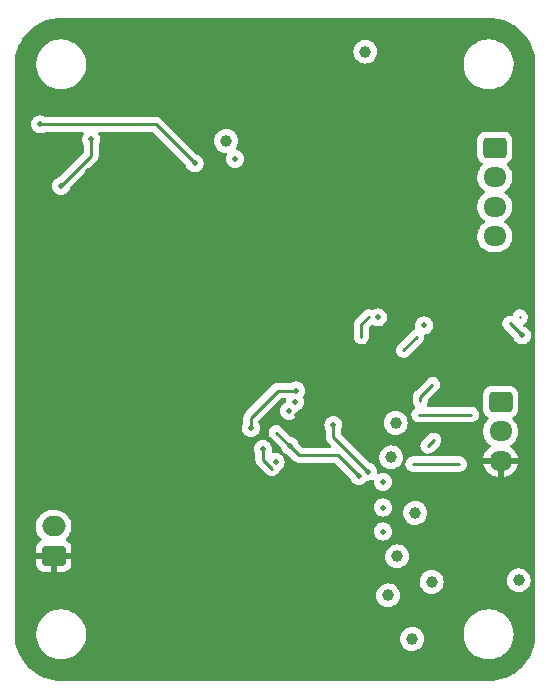
<source format=gbl>
%TF.GenerationSoftware,KiCad,Pcbnew,(6.0.1-0)*%
%TF.CreationDate,2022-10-07T23:17:40-05:00*%
%TF.ProjectId,tackle_sensor_hardware,7461636b-6c65-45f7-9365-6e736f725f68,rev?*%
%TF.SameCoordinates,Original*%
%TF.FileFunction,Copper,L4,Bot*%
%TF.FilePolarity,Positive*%
%FSLAX46Y46*%
G04 Gerber Fmt 4.6, Leading zero omitted, Abs format (unit mm)*
G04 Created by KiCad (PCBNEW (6.0.1-0)) date 2022-10-07 23:17:40*
%MOMM*%
%LPD*%
G01*
G04 APERTURE LIST*
G04 Aperture macros list*
%AMRoundRect*
0 Rectangle with rounded corners*
0 $1 Rounding radius*
0 $2 $3 $4 $5 $6 $7 $8 $9 X,Y pos of 4 corners*
0 Add a 4 corners polygon primitive as box body*
4,1,4,$2,$3,$4,$5,$6,$7,$8,$9,$2,$3,0*
0 Add four circle primitives for the rounded corners*
1,1,$1+$1,$2,$3*
1,1,$1+$1,$4,$5*
1,1,$1+$1,$6,$7*
1,1,$1+$1,$8,$9*
0 Add four rect primitives between the rounded corners*
20,1,$1+$1,$2,$3,$4,$5,0*
20,1,$1+$1,$4,$5,$6,$7,0*
20,1,$1+$1,$6,$7,$8,$9,0*
20,1,$1+$1,$8,$9,$2,$3,0*%
G04 Aperture macros list end*
%TA.AperFunction,ComponentPad*%
%ADD10RoundRect,0.250000X-0.725000X0.600000X-0.725000X-0.600000X0.725000X-0.600000X0.725000X0.600000X0*%
%TD*%
%TA.AperFunction,ComponentPad*%
%ADD11O,1.950000X1.700000*%
%TD*%
%TA.AperFunction,ComponentPad*%
%ADD12RoundRect,0.250000X0.750000X-0.600000X0.750000X0.600000X-0.750000X0.600000X-0.750000X-0.600000X0*%
%TD*%
%TA.AperFunction,ComponentPad*%
%ADD13O,2.000000X1.700000*%
%TD*%
%TA.AperFunction,SMDPad,CuDef*%
%ADD14C,1.000000*%
%TD*%
%TA.AperFunction,ViaPad*%
%ADD15C,0.800000*%
%TD*%
%TA.AperFunction,ViaPad*%
%ADD16C,0.500000*%
%TD*%
%TA.AperFunction,ViaPad*%
%ADD17C,1.000000*%
%TD*%
%TA.AperFunction,Conductor*%
%ADD18C,1.524000*%
%TD*%
%TA.AperFunction,Conductor*%
%ADD19C,0.254000*%
%TD*%
G04 APERTURE END LIST*
D10*
%TO.P,J3,1,Pin_1*%
%TO.N,Net-(J3-Pad1)*%
X162305000Y-102870000D03*
D11*
%TO.P,J3,2,Pin_2*%
%TO.N,Net-(J3-Pad2)*%
X162305000Y-105370000D03*
%TO.P,J3,3,Pin_3*%
%TO.N,GND*%
X162305000Y-107870000D03*
%TD*%
D12*
%TO.P,J1,1,Pin_1*%
%TO.N,GND*%
X124460000Y-115911000D03*
D13*
%TO.P,J1,2,Pin_2*%
%TO.N,Net-(J1-Pad2)*%
X124460000Y-113411000D03*
%TD*%
D10*
%TO.P,J2,1,Pin_1*%
%TO.N,Net-(F1-Pad2)*%
X161815000Y-81340000D03*
D11*
%TO.P,J2,2,Pin_2*%
%TO.N,Net-(J2-Pad2)*%
X161815000Y-83840000D03*
%TO.P,J2,3,Pin_3*%
%TO.N,Net-(J2-Pad3)*%
X161815000Y-86340000D03*
%TO.P,J2,4,Pin_4*%
%TO.N,Net-(J2-Pad4)*%
X161815000Y-88840000D03*
%TD*%
D14*
%TO.P,TP7,1,1*%
%TO.N,/SPI1_SCK*%
X163830000Y-117983000D03*
%TD*%
%TO.P,TP5,1,1*%
%TO.N,/SPI1_MOSI*%
X155067000Y-112268000D03*
%TD*%
%TO.P,TP13,1,1*%
%TO.N,UART_TX*%
X153416000Y-104648000D03*
%TD*%
%TO.P,TP8,1,1*%
%TO.N,/ACC_INT1*%
X154813000Y-122936000D03*
%TD*%
%TO.P,TP6,1,1*%
%TO.N,/SPI1_MISO*%
X156464000Y-118110000D03*
%TD*%
%TO.P,TP14,1,1*%
%TO.N,UART_RX*%
X153035000Y-107569000D03*
%TD*%
%TO.P,TP4,1,1*%
%TO.N,/SPI1_NSS*%
X152781000Y-119253000D03*
%TD*%
%TO.P,TP9,1,1*%
%TO.N,/ACC_INT2*%
X153543000Y-115951000D03*
%TD*%
D15*
%TO.N,GND*%
X135255000Y-111760000D03*
D16*
X132080000Y-74549000D03*
X131064000Y-75438000D03*
X130048000Y-74549000D03*
X131064000Y-73660000D03*
X127508000Y-78105000D03*
X132080000Y-73660000D03*
X147769500Y-111816000D03*
X149293500Y-112578000D03*
X130048000Y-75438000D03*
X157040500Y-109657000D03*
X130048000Y-71628000D03*
X131064000Y-71628000D03*
X131064000Y-74549000D03*
X136525000Y-70739000D03*
X145102500Y-103942000D03*
X132080000Y-72644000D03*
X156659500Y-113848000D03*
X143256000Y-109855000D03*
X126492000Y-78105000D03*
X132080000Y-71628000D03*
X125476000Y-78105000D03*
X137541000Y-70739000D03*
X131064000Y-76327000D03*
X130048000Y-72644000D03*
X135509000Y-70739000D03*
X142478000Y-97665000D03*
X130048000Y-76327000D03*
X131064000Y-72644000D03*
X132080000Y-75438000D03*
X127381000Y-83312000D03*
X130048000Y-73660000D03*
%TO.N,+3V3*%
X144912000Y-102862500D03*
X152341500Y-113848000D03*
X144383000Y-103634000D03*
X152341500Y-111816000D03*
X152341500Y-109657000D03*
%TO.N,Net-(R7-Pad2)*%
X123317000Y-79375000D03*
X136398000Y-82677000D03*
%TO.N,Net-(R4-Pad1)*%
X125095000Y-84582000D03*
X127635000Y-80645000D03*
D17*
%TO.N,+12V*%
X139065000Y-80772000D03*
X150856000Y-73214000D03*
D16*
%TO.N,Net-(C9-Pad2)*%
X155829000Y-96393000D03*
%TO.N,/SWCLK*%
X139827000Y-82296000D03*
%TO.N,TACKLE_STATUS*%
X164102774Y-97241000D03*
%TO.N,Net-(C9-Pad2)*%
X151910774Y-95717000D03*
%TO.N,/SPI1_SCK*%
X150309500Y-109149000D03*
X144467500Y-106609000D03*
%TO.N,/ACC_INT1*%
X148150500Y-104831000D03*
X151071500Y-108768000D03*
X143256000Y-107950000D03*
X142181500Y-106863000D03*
%TO.N,Net-(SW2-Pad2)*%
X144975500Y-101910000D03*
X141165500Y-105085000D03*
%TD*%
D18*
%TO.N,Net-(F1-Pad2)*%
X161815000Y-81340000D02*
X161813597Y-81338597D01*
D19*
%TO.N,Net-(R7-Pad2)*%
X133096000Y-79375000D02*
X136398000Y-82677000D01*
X123317000Y-79375000D02*
X133096000Y-79375000D01*
%TO.N,Net-(R4-Pad1)*%
X125095000Y-84582000D02*
X127635000Y-82042000D01*
X127635000Y-82042000D02*
X127635000Y-80645000D01*
%TO.N,TACKLE_STATUS*%
X163086774Y-96225000D02*
X164102774Y-97241000D01*
%TO.N,UART_TX*%
X150513774Y-96307340D02*
X151152615Y-95668499D01*
X150513774Y-97368000D02*
X150513774Y-96307340D01*
X163927273Y-95668499D02*
X163975774Y-95717000D01*
%TO.N,/SPI1_SCK*%
X148543989Y-107383489D02*
X145241989Y-107383489D01*
X144467500Y-106609000D02*
X143324500Y-105466000D01*
X150309500Y-109149000D02*
X148543989Y-107383489D01*
X145241989Y-107383489D02*
X144467500Y-106609000D01*
%TO.N,/SPI1_NSS*%
X154881500Y-108133000D02*
X158818500Y-108133000D01*
%TO.N,/SPI1_MISO*%
X155389500Y-103942000D02*
X159834500Y-103942000D01*
%TO.N,/SPI1_MOSI*%
X155516500Y-102799000D02*
X155516500Y-102418000D01*
X155516500Y-102418000D02*
X156532500Y-101402000D01*
%TO.N,/ACC_INT2*%
X156151500Y-106609000D02*
X156659500Y-106101000D01*
%TO.N,/ACC_INT1*%
X151071500Y-108768000D02*
X148150500Y-105847000D01*
X142181500Y-106863000D02*
X142181500Y-107752000D01*
X148150500Y-105847000D02*
X148150500Y-104831000D01*
X142181500Y-107752000D02*
X142943500Y-108514000D01*
%TO.N,UART_RX*%
X154069774Y-98511000D02*
X155212774Y-97368000D01*
%TO.N,Net-(SW2-Pad2)*%
X141165500Y-104196000D02*
X141165500Y-105085000D01*
X143451500Y-101910000D02*
X141165500Y-104196000D01*
X144975500Y-101910000D02*
X143451500Y-101910000D01*
%TD*%
%TA.AperFunction,Conductor*%
%TO.N,GND*%
G36*
X161291967Y-70359500D02*
G01*
X161306768Y-70361805D01*
X161306771Y-70361805D01*
X161315640Y-70363186D01*
X161335536Y-70360584D01*
X161357694Y-70359654D01*
X161679353Y-70374525D01*
X161690942Y-70375599D01*
X162039568Y-70424231D01*
X162051007Y-70426370D01*
X162244398Y-70471855D01*
X162393654Y-70506959D01*
X162404836Y-70510140D01*
X162571720Y-70566074D01*
X162738595Y-70622006D01*
X162749447Y-70626210D01*
X163071457Y-70768391D01*
X163081862Y-70773571D01*
X163389397Y-70944867D01*
X163399274Y-70950983D01*
X163689677Y-71149914D01*
X163698965Y-71156928D01*
X163969775Y-71381806D01*
X163978375Y-71389647D01*
X164227263Y-71638535D01*
X164235104Y-71647135D01*
X164459982Y-71917945D01*
X164466996Y-71927233D01*
X164644731Y-72186693D01*
X164665927Y-72217636D01*
X164672043Y-72227513D01*
X164843339Y-72535048D01*
X164848519Y-72545453D01*
X164990700Y-72867463D01*
X164994904Y-72878315D01*
X165106241Y-73210495D01*
X165106767Y-73212065D01*
X165109952Y-73223260D01*
X165190540Y-73565903D01*
X165192679Y-73577342D01*
X165241311Y-73925968D01*
X165242385Y-73937557D01*
X165256913Y-74251816D01*
X165255548Y-74277015D01*
X165253724Y-74288730D01*
X165254888Y-74297632D01*
X165254888Y-74297635D01*
X165257846Y-74320251D01*
X165258910Y-74336589D01*
X165258910Y-122505672D01*
X165257410Y-122525057D01*
X165255584Y-122536787D01*
X165253724Y-122548730D01*
X165255364Y-122561270D01*
X165256326Y-122568626D01*
X165257256Y-122590784D01*
X165242385Y-122912443D01*
X165241311Y-122924031D01*
X165239150Y-122939523D01*
X165192679Y-123272658D01*
X165190540Y-123284097D01*
X165136284Y-123514784D01*
X165109952Y-123626740D01*
X165106770Y-123637926D01*
X165062120Y-123771141D01*
X164994904Y-123971685D01*
X164990700Y-123982537D01*
X164848519Y-124304547D01*
X164843339Y-124314952D01*
X164672043Y-124622487D01*
X164665928Y-124632363D01*
X164644698Y-124663354D01*
X164466996Y-124922767D01*
X164459982Y-124932055D01*
X164235104Y-125202865D01*
X164227263Y-125211465D01*
X163978375Y-125460353D01*
X163969775Y-125468194D01*
X163698965Y-125693072D01*
X163689677Y-125700086D01*
X163399274Y-125899017D01*
X163389397Y-125905133D01*
X163081862Y-126076429D01*
X163071457Y-126081609D01*
X162749447Y-126223790D01*
X162738595Y-126227994D01*
X162571720Y-126283925D01*
X162404836Y-126339860D01*
X162393654Y-126343041D01*
X162244398Y-126378145D01*
X162051007Y-126423630D01*
X162039568Y-126425769D01*
X161690942Y-126474401D01*
X161679354Y-126475475D01*
X161654301Y-126476633D01*
X161365094Y-126490003D01*
X161339895Y-126488638D01*
X161337052Y-126488195D01*
X161337050Y-126488195D01*
X161328180Y-126486814D01*
X161319278Y-126487978D01*
X161319275Y-126487978D01*
X161296659Y-126490936D01*
X161280321Y-126492000D01*
X125144328Y-126492000D01*
X125124943Y-126490500D01*
X125110142Y-126488195D01*
X125110139Y-126488195D01*
X125101270Y-126486814D01*
X125082105Y-126489320D01*
X125081374Y-126489416D01*
X125059216Y-126490346D01*
X124737557Y-126475475D01*
X124725968Y-126474401D01*
X124377342Y-126425769D01*
X124365903Y-126423630D01*
X124172512Y-126378145D01*
X124023256Y-126343041D01*
X124012074Y-126339860D01*
X123845190Y-126283926D01*
X123678315Y-126227994D01*
X123667463Y-126223790D01*
X123345453Y-126081609D01*
X123335048Y-126076429D01*
X123027513Y-125905133D01*
X123017636Y-125899017D01*
X122727233Y-125700086D01*
X122717945Y-125693072D01*
X122447135Y-125468194D01*
X122438535Y-125460353D01*
X122189647Y-125211465D01*
X122181806Y-125202865D01*
X121956928Y-124932055D01*
X121949914Y-124922767D01*
X121772212Y-124663354D01*
X121750982Y-124632363D01*
X121744867Y-124622487D01*
X121573571Y-124314952D01*
X121568391Y-124304547D01*
X121426210Y-123982537D01*
X121422006Y-123971685D01*
X121354790Y-123771141D01*
X121310140Y-123637926D01*
X121306958Y-123626740D01*
X121280627Y-123514784D01*
X121226370Y-123284097D01*
X121224231Y-123272658D01*
X121177760Y-122939523D01*
X121175599Y-122924031D01*
X121174525Y-122912443D01*
X121164135Y-122687703D01*
X122985743Y-122687703D01*
X122986302Y-122691947D01*
X122986302Y-122691951D01*
X122991499Y-122731425D01*
X123023268Y-122972734D01*
X123099129Y-123250036D01*
X123100813Y-123253984D01*
X123199332Y-123484956D01*
X123211923Y-123514476D01*
X123359561Y-123761161D01*
X123539313Y-123985528D01*
X123747851Y-124183423D01*
X123981317Y-124351186D01*
X123985112Y-124353195D01*
X123985113Y-124353196D01*
X124006869Y-124364715D01*
X124235392Y-124485712D01*
X124505373Y-124584511D01*
X124786264Y-124645755D01*
X124814841Y-124648004D01*
X125009282Y-124663307D01*
X125009291Y-124663307D01*
X125011739Y-124663500D01*
X125167271Y-124663500D01*
X125169407Y-124663354D01*
X125169418Y-124663354D01*
X125377548Y-124649165D01*
X125377554Y-124649164D01*
X125381825Y-124648873D01*
X125386020Y-124648004D01*
X125386022Y-124648004D01*
X125522584Y-124619723D01*
X125663342Y-124590574D01*
X125934343Y-124494607D01*
X126189812Y-124362750D01*
X126193313Y-124360289D01*
X126193317Y-124360287D01*
X126349328Y-124250640D01*
X126425023Y-124197441D01*
X126635622Y-124001740D01*
X126817713Y-123779268D01*
X126967927Y-123534142D01*
X127083483Y-123270898D01*
X127162244Y-122994406D01*
X127172570Y-122921851D01*
X153799719Y-122921851D01*
X153816268Y-123118934D01*
X153817967Y-123124858D01*
X153863628Y-123284097D01*
X153870783Y-123309050D01*
X153961187Y-123484956D01*
X154084035Y-123639953D01*
X154234650Y-123768136D01*
X154407294Y-123864624D01*
X154595392Y-123925740D01*
X154791777Y-123949158D01*
X154797912Y-123948686D01*
X154797914Y-123948686D01*
X154982830Y-123934457D01*
X154982834Y-123934456D01*
X154988972Y-123933984D01*
X155179463Y-123880798D01*
X155184967Y-123878018D01*
X155184969Y-123878017D01*
X155350495Y-123794404D01*
X155350497Y-123794403D01*
X155355996Y-123791625D01*
X155511847Y-123669861D01*
X155641078Y-123520145D01*
X155738769Y-123348179D01*
X155801197Y-123160513D01*
X155825985Y-122964295D01*
X155826380Y-122936000D01*
X155807080Y-122739167D01*
X155799493Y-122714036D01*
X155791542Y-122687703D01*
X159180743Y-122687703D01*
X159181302Y-122691947D01*
X159181302Y-122691951D01*
X159186499Y-122731425D01*
X159218268Y-122972734D01*
X159294129Y-123250036D01*
X159295813Y-123253984D01*
X159394332Y-123484956D01*
X159406923Y-123514476D01*
X159554561Y-123761161D01*
X159734313Y-123985528D01*
X159942851Y-124183423D01*
X160176317Y-124351186D01*
X160180112Y-124353195D01*
X160180113Y-124353196D01*
X160201869Y-124364715D01*
X160430392Y-124485712D01*
X160700373Y-124584511D01*
X160981264Y-124645755D01*
X161009841Y-124648004D01*
X161204282Y-124663307D01*
X161204291Y-124663307D01*
X161206739Y-124663500D01*
X161362271Y-124663500D01*
X161364407Y-124663354D01*
X161364418Y-124663354D01*
X161572548Y-124649165D01*
X161572554Y-124649164D01*
X161576825Y-124648873D01*
X161581020Y-124648004D01*
X161581022Y-124648004D01*
X161717584Y-124619723D01*
X161858342Y-124590574D01*
X162129343Y-124494607D01*
X162384812Y-124362750D01*
X162388313Y-124360289D01*
X162388317Y-124360287D01*
X162544328Y-124250640D01*
X162620023Y-124197441D01*
X162830622Y-124001740D01*
X163012713Y-123779268D01*
X163162927Y-123534142D01*
X163278483Y-123270898D01*
X163357244Y-122994406D01*
X163397751Y-122709784D01*
X163397845Y-122691951D01*
X163399235Y-122426583D01*
X163399235Y-122426576D01*
X163399257Y-122422297D01*
X163393774Y-122380645D01*
X163372362Y-122218009D01*
X163361732Y-122137266D01*
X163285871Y-121859964D01*
X163173077Y-121595524D01*
X163025439Y-121348839D01*
X162845687Y-121124472D01*
X162637149Y-120926577D01*
X162403683Y-120758814D01*
X162381843Y-120747250D01*
X162358654Y-120734972D01*
X162149608Y-120624288D01*
X161879627Y-120525489D01*
X161598736Y-120464245D01*
X161567685Y-120461801D01*
X161375718Y-120446693D01*
X161375709Y-120446693D01*
X161373261Y-120446500D01*
X161217729Y-120446500D01*
X161215593Y-120446646D01*
X161215582Y-120446646D01*
X161007452Y-120460835D01*
X161007446Y-120460836D01*
X161003175Y-120461127D01*
X160998980Y-120461996D01*
X160998978Y-120461996D01*
X160862416Y-120490277D01*
X160721658Y-120519426D01*
X160450657Y-120615393D01*
X160195188Y-120747250D01*
X160191687Y-120749711D01*
X160191683Y-120749713D01*
X160181594Y-120756804D01*
X159959977Y-120912559D01*
X159749378Y-121108260D01*
X159567287Y-121330732D01*
X159417073Y-121575858D01*
X159301517Y-121839102D01*
X159222756Y-122115594D01*
X159182249Y-122400216D01*
X159182227Y-122404505D01*
X159182226Y-122404512D01*
X159180765Y-122683417D01*
X159180743Y-122687703D01*
X155791542Y-122687703D01*
X155783162Y-122659947D01*
X155749916Y-122549831D01*
X155657066Y-122375204D01*
X155586709Y-122288938D01*
X155535960Y-122226713D01*
X155535957Y-122226710D01*
X155532065Y-122221938D01*
X155525724Y-122216692D01*
X155384425Y-122099799D01*
X155384421Y-122099797D01*
X155379675Y-122095870D01*
X155205701Y-122001802D01*
X155016768Y-121943318D01*
X155010643Y-121942674D01*
X155010642Y-121942674D01*
X154826204Y-121923289D01*
X154826202Y-121923289D01*
X154820075Y-121922645D01*
X154737576Y-121930153D01*
X154629251Y-121940011D01*
X154629248Y-121940012D01*
X154623112Y-121940570D01*
X154617206Y-121942308D01*
X154617202Y-121942309D01*
X154512076Y-121973249D01*
X154433381Y-121996410D01*
X154427923Y-121999263D01*
X154427919Y-121999265D01*
X154337147Y-122046720D01*
X154258110Y-122088040D01*
X154103975Y-122211968D01*
X153976846Y-122363474D01*
X153973879Y-122368872D01*
X153973875Y-122368877D01*
X153895095Y-122512180D01*
X153881567Y-122536787D01*
X153879706Y-122542654D01*
X153879705Y-122542656D01*
X153835053Y-122683417D01*
X153821765Y-122725306D01*
X153799719Y-122921851D01*
X127172570Y-122921851D01*
X127202751Y-122709784D01*
X127202845Y-122691951D01*
X127204235Y-122426583D01*
X127204235Y-122426576D01*
X127204257Y-122422297D01*
X127198774Y-122380645D01*
X127177362Y-122218009D01*
X127166732Y-122137266D01*
X127090871Y-121859964D01*
X126978077Y-121595524D01*
X126830439Y-121348839D01*
X126650687Y-121124472D01*
X126442149Y-120926577D01*
X126208683Y-120758814D01*
X126186843Y-120747250D01*
X126163654Y-120734972D01*
X125954608Y-120624288D01*
X125684627Y-120525489D01*
X125403736Y-120464245D01*
X125372685Y-120461801D01*
X125180718Y-120446693D01*
X125180709Y-120446693D01*
X125178261Y-120446500D01*
X125022729Y-120446500D01*
X125020593Y-120446646D01*
X125020582Y-120446646D01*
X124812452Y-120460835D01*
X124812446Y-120460836D01*
X124808175Y-120461127D01*
X124803980Y-120461996D01*
X124803978Y-120461996D01*
X124667416Y-120490277D01*
X124526658Y-120519426D01*
X124255657Y-120615393D01*
X124000188Y-120747250D01*
X123996687Y-120749711D01*
X123996683Y-120749713D01*
X123986594Y-120756804D01*
X123764977Y-120912559D01*
X123554378Y-121108260D01*
X123372287Y-121330732D01*
X123222073Y-121575858D01*
X123106517Y-121839102D01*
X123027756Y-122115594D01*
X122987249Y-122400216D01*
X122987227Y-122404505D01*
X122987226Y-122404512D01*
X122985765Y-122683417D01*
X122985743Y-122687703D01*
X121164135Y-122687703D01*
X121159997Y-122598184D01*
X121161362Y-122572985D01*
X121161805Y-122570142D01*
X121161805Y-122570140D01*
X121163186Y-122561270D01*
X121161691Y-122549831D01*
X121159064Y-122529749D01*
X121158000Y-122513411D01*
X121158000Y-119238851D01*
X151767719Y-119238851D01*
X151784268Y-119435934D01*
X151838783Y-119626050D01*
X151929187Y-119801956D01*
X152052035Y-119956953D01*
X152202650Y-120085136D01*
X152375294Y-120181624D01*
X152563392Y-120242740D01*
X152759777Y-120266158D01*
X152765912Y-120265686D01*
X152765914Y-120265686D01*
X152950830Y-120251457D01*
X152950834Y-120251456D01*
X152956972Y-120250984D01*
X153147463Y-120197798D01*
X153152967Y-120195018D01*
X153152969Y-120195017D01*
X153318495Y-120111404D01*
X153318497Y-120111403D01*
X153323996Y-120108625D01*
X153479847Y-119986861D01*
X153609078Y-119837145D01*
X153706769Y-119665179D01*
X153769197Y-119477513D01*
X153793985Y-119281295D01*
X153794380Y-119253000D01*
X153775080Y-119056167D01*
X153769784Y-119038624D01*
X153735483Y-118925017D01*
X153717916Y-118866831D01*
X153625066Y-118692204D01*
X153554709Y-118605938D01*
X153503960Y-118543713D01*
X153503957Y-118543710D01*
X153500065Y-118538938D01*
X153493724Y-118533692D01*
X153352425Y-118416799D01*
X153352421Y-118416797D01*
X153347675Y-118412870D01*
X153173701Y-118318802D01*
X152984768Y-118260318D01*
X152978643Y-118259674D01*
X152978642Y-118259674D01*
X152794204Y-118240289D01*
X152794202Y-118240289D01*
X152788075Y-118239645D01*
X152705576Y-118247153D01*
X152597251Y-118257011D01*
X152597248Y-118257012D01*
X152591112Y-118257570D01*
X152585206Y-118259308D01*
X152585202Y-118259309D01*
X152491819Y-118286793D01*
X152401381Y-118313410D01*
X152395923Y-118316263D01*
X152395919Y-118316265D01*
X152349821Y-118340365D01*
X152226110Y-118405040D01*
X152071975Y-118528968D01*
X151944846Y-118680474D01*
X151941879Y-118685872D01*
X151941875Y-118685877D01*
X151869163Y-118818141D01*
X151849567Y-118853787D01*
X151847706Y-118859654D01*
X151847705Y-118859656D01*
X151791627Y-119036436D01*
X151789765Y-119042306D01*
X151767719Y-119238851D01*
X121158000Y-119238851D01*
X121158000Y-118095851D01*
X155450719Y-118095851D01*
X155451235Y-118101995D01*
X155464445Y-118259309D01*
X155467268Y-118292934D01*
X155473958Y-118316265D01*
X155500522Y-118408903D01*
X155521783Y-118483050D01*
X155612187Y-118658956D01*
X155735035Y-118813953D01*
X155739728Y-118817947D01*
X155739729Y-118817948D01*
X155852036Y-118913528D01*
X155885650Y-118942136D01*
X156058294Y-119038624D01*
X156246392Y-119099740D01*
X156442777Y-119123158D01*
X156448912Y-119122686D01*
X156448914Y-119122686D01*
X156633830Y-119108457D01*
X156633834Y-119108456D01*
X156639972Y-119107984D01*
X156830463Y-119054798D01*
X156835967Y-119052018D01*
X156835969Y-119052017D01*
X157001495Y-118968404D01*
X157001497Y-118968403D01*
X157006996Y-118965625D01*
X157162847Y-118843861D01*
X157292078Y-118694145D01*
X157389769Y-118522179D01*
X157452197Y-118334513D01*
X157476985Y-118138295D01*
X157477380Y-118110000D01*
X157463540Y-117968851D01*
X162816719Y-117968851D01*
X162833268Y-118165934D01*
X162887783Y-118356050D01*
X162890602Y-118361535D01*
X162974666Y-118525104D01*
X162978187Y-118531956D01*
X163101035Y-118686953D01*
X163105728Y-118690947D01*
X163105729Y-118690948D01*
X163109486Y-118694145D01*
X163251650Y-118815136D01*
X163424294Y-118911624D01*
X163612392Y-118972740D01*
X163808777Y-118996158D01*
X163814912Y-118995686D01*
X163814914Y-118995686D01*
X163999830Y-118981457D01*
X163999834Y-118981456D01*
X164005972Y-118980984D01*
X164196463Y-118927798D01*
X164201967Y-118925018D01*
X164201969Y-118925017D01*
X164367495Y-118841404D01*
X164367497Y-118841403D01*
X164372996Y-118838625D01*
X164528847Y-118716861D01*
X164658078Y-118567145D01*
X164755769Y-118395179D01*
X164818197Y-118207513D01*
X164842985Y-118011295D01*
X164843380Y-117983000D01*
X164824080Y-117786167D01*
X164803618Y-117718392D01*
X164768697Y-117602731D01*
X164766916Y-117596831D01*
X164674066Y-117422204D01*
X164553030Y-117273799D01*
X164552960Y-117273713D01*
X164552957Y-117273710D01*
X164549065Y-117268938D01*
X164542724Y-117263692D01*
X164401425Y-117146799D01*
X164401421Y-117146797D01*
X164396675Y-117142870D01*
X164222701Y-117048802D01*
X164033768Y-116990318D01*
X164027643Y-116989674D01*
X164027642Y-116989674D01*
X163843204Y-116970289D01*
X163843202Y-116970289D01*
X163837075Y-116969645D01*
X163754576Y-116977153D01*
X163646251Y-116987011D01*
X163646248Y-116987012D01*
X163640112Y-116987570D01*
X163634206Y-116989308D01*
X163634202Y-116989309D01*
X163529076Y-117020249D01*
X163450381Y-117043410D01*
X163444923Y-117046263D01*
X163444919Y-117046265D01*
X163354147Y-117093720D01*
X163275110Y-117135040D01*
X163120975Y-117258968D01*
X163117011Y-117263692D01*
X163113960Y-117267328D01*
X162993846Y-117410474D01*
X162990879Y-117415872D01*
X162990875Y-117415877D01*
X162987397Y-117422204D01*
X162898567Y-117583787D01*
X162896706Y-117589654D01*
X162896705Y-117589656D01*
X162854142Y-117723831D01*
X162838765Y-117772306D01*
X162816719Y-117968851D01*
X157463540Y-117968851D01*
X157458080Y-117913167D01*
X157400916Y-117723831D01*
X157308066Y-117549204D01*
X157199327Y-117415877D01*
X157186960Y-117400713D01*
X157186957Y-117400710D01*
X157183065Y-117395938D01*
X157176724Y-117390692D01*
X157035425Y-117273799D01*
X157035421Y-117273797D01*
X157030675Y-117269870D01*
X156856701Y-117175802D01*
X156667768Y-117117318D01*
X156661643Y-117116674D01*
X156661642Y-117116674D01*
X156477204Y-117097289D01*
X156477202Y-117097289D01*
X156471075Y-117096645D01*
X156391345Y-117103901D01*
X156280251Y-117114011D01*
X156280248Y-117114012D01*
X156274112Y-117114570D01*
X156268206Y-117116308D01*
X156268202Y-117116309D01*
X156191434Y-117138903D01*
X156084381Y-117170410D01*
X156078923Y-117173263D01*
X156078919Y-117173265D01*
X155988147Y-117220720D01*
X155909110Y-117262040D01*
X155754975Y-117385968D01*
X155627846Y-117537474D01*
X155624879Y-117542872D01*
X155624875Y-117542877D01*
X155546095Y-117686180D01*
X155532567Y-117710787D01*
X155530706Y-117716654D01*
X155530705Y-117716656D01*
X155508655Y-117786167D01*
X155472765Y-117899306D01*
X155450719Y-118095851D01*
X121158000Y-118095851D01*
X121158000Y-116558095D01*
X122952001Y-116558095D01*
X122952338Y-116564614D01*
X122962257Y-116660206D01*
X122965149Y-116673600D01*
X123016588Y-116827784D01*
X123022761Y-116840962D01*
X123108063Y-116978807D01*
X123117099Y-116990208D01*
X123231829Y-117104739D01*
X123243240Y-117113751D01*
X123381243Y-117198816D01*
X123394424Y-117204963D01*
X123548710Y-117256138D01*
X123562086Y-117259005D01*
X123656438Y-117268672D01*
X123662854Y-117269000D01*
X124187885Y-117269000D01*
X124203124Y-117264525D01*
X124204329Y-117263135D01*
X124206000Y-117255452D01*
X124206000Y-117250884D01*
X124714000Y-117250884D01*
X124718475Y-117266123D01*
X124719865Y-117267328D01*
X124727548Y-117268999D01*
X125257095Y-117268999D01*
X125263614Y-117268662D01*
X125359206Y-117258743D01*
X125372600Y-117255851D01*
X125526784Y-117204412D01*
X125539962Y-117198239D01*
X125677807Y-117112937D01*
X125689208Y-117103901D01*
X125803739Y-116989171D01*
X125812751Y-116977760D01*
X125897816Y-116839757D01*
X125903963Y-116826576D01*
X125955138Y-116672290D01*
X125958005Y-116658914D01*
X125967672Y-116564562D01*
X125968000Y-116558146D01*
X125968000Y-116183115D01*
X125963525Y-116167876D01*
X125962135Y-116166671D01*
X125954452Y-116165000D01*
X124732115Y-116165000D01*
X124716876Y-116169475D01*
X124715671Y-116170865D01*
X124714000Y-116178548D01*
X124714000Y-117250884D01*
X124206000Y-117250884D01*
X124206000Y-116183115D01*
X124201525Y-116167876D01*
X124200135Y-116166671D01*
X124192452Y-116165000D01*
X122970116Y-116165000D01*
X122954877Y-116169475D01*
X122953672Y-116170865D01*
X122952001Y-116178548D01*
X122952001Y-116558095D01*
X121158000Y-116558095D01*
X121158000Y-115936851D01*
X152529719Y-115936851D01*
X152546268Y-116133934D01*
X152600783Y-116324050D01*
X152691187Y-116499956D01*
X152814035Y-116654953D01*
X152964650Y-116783136D01*
X153137294Y-116879624D01*
X153325392Y-116940740D01*
X153521777Y-116964158D01*
X153527912Y-116963686D01*
X153527914Y-116963686D01*
X153712830Y-116949457D01*
X153712834Y-116949456D01*
X153718972Y-116948984D01*
X153909463Y-116895798D01*
X153914967Y-116893018D01*
X153914969Y-116893017D01*
X154080495Y-116809404D01*
X154080497Y-116809403D01*
X154085996Y-116806625D01*
X154241847Y-116684861D01*
X154371078Y-116535145D01*
X154468769Y-116363179D01*
X154531197Y-116175513D01*
X154555985Y-115979295D01*
X154556380Y-115951000D01*
X154537080Y-115754167D01*
X154479916Y-115564831D01*
X154387066Y-115390204D01*
X154284018Y-115263855D01*
X154265960Y-115241713D01*
X154265957Y-115241710D01*
X154262065Y-115236938D01*
X154255724Y-115231692D01*
X154114425Y-115114799D01*
X154114421Y-115114797D01*
X154109675Y-115110870D01*
X153935701Y-115016802D01*
X153746768Y-114958318D01*
X153740643Y-114957674D01*
X153740642Y-114957674D01*
X153556204Y-114938289D01*
X153556202Y-114938289D01*
X153550075Y-114937645D01*
X153467576Y-114945153D01*
X153359251Y-114955011D01*
X153359248Y-114955012D01*
X153353112Y-114955570D01*
X153347206Y-114957308D01*
X153347202Y-114957309D01*
X153242076Y-114988249D01*
X153163381Y-115011410D01*
X153157923Y-115014263D01*
X153157919Y-115014265D01*
X153067147Y-115061720D01*
X152988110Y-115103040D01*
X152833975Y-115226968D01*
X152706846Y-115378474D01*
X152703879Y-115383872D01*
X152703875Y-115383877D01*
X152700397Y-115390204D01*
X152611567Y-115551787D01*
X152609706Y-115557654D01*
X152609705Y-115557656D01*
X152583938Y-115638885D01*
X152551765Y-115740306D01*
X152529719Y-115936851D01*
X121158000Y-115936851D01*
X121158000Y-113346774D01*
X122948102Y-113346774D01*
X122948302Y-113352103D01*
X122948302Y-113352105D01*
X122949344Y-113379854D01*
X122956751Y-113577158D01*
X123004093Y-113802791D01*
X123006051Y-113807750D01*
X123006052Y-113807752D01*
X123084621Y-114006699D01*
X123088776Y-114017221D01*
X123208377Y-114214317D01*
X123211874Y-114218347D01*
X123316258Y-114338639D01*
X123359477Y-114388445D01*
X123363608Y-114391832D01*
X123395529Y-114418006D01*
X123435524Y-114476666D01*
X123437455Y-114547636D01*
X123400710Y-114608384D01*
X123381941Y-114622584D01*
X123242193Y-114709063D01*
X123230792Y-114718099D01*
X123116261Y-114832829D01*
X123107249Y-114844240D01*
X123022184Y-114982243D01*
X123016037Y-114995424D01*
X122964862Y-115149710D01*
X122961995Y-115163086D01*
X122952328Y-115257438D01*
X122952000Y-115263855D01*
X122952000Y-115638885D01*
X122956475Y-115654124D01*
X122957865Y-115655329D01*
X122965548Y-115657000D01*
X125949884Y-115657000D01*
X125965123Y-115652525D01*
X125966328Y-115651135D01*
X125967999Y-115643452D01*
X125967999Y-115263905D01*
X125967662Y-115257386D01*
X125957743Y-115161794D01*
X125954851Y-115148400D01*
X125903412Y-114994216D01*
X125897239Y-114981038D01*
X125811937Y-114843193D01*
X125802901Y-114831792D01*
X125688171Y-114717261D01*
X125676757Y-114708247D01*
X125537287Y-114622277D01*
X125489793Y-114569505D01*
X125478369Y-114499434D01*
X125506643Y-114434310D01*
X125516430Y-114423847D01*
X125549991Y-114391832D01*
X125631135Y-114314424D01*
X125768754Y-114129458D01*
X125873240Y-113923949D01*
X125900133Y-113837343D01*
X151578275Y-113837343D01*
X151594881Y-114006699D01*
X151648594Y-114168167D01*
X151652241Y-114174189D01*
X151652242Y-114174191D01*
X151665997Y-114196902D01*
X151736746Y-114313723D01*
X151854955Y-114436132D01*
X151997346Y-114529310D01*
X152003950Y-114531766D01*
X152003952Y-114531767D01*
X152040344Y-114545301D01*
X152156841Y-114588626D01*
X152325515Y-114611132D01*
X152332526Y-114610494D01*
X152332530Y-114610494D01*
X152487962Y-114596348D01*
X152494983Y-114595709D01*
X152501685Y-114593531D01*
X152501687Y-114593531D01*
X152650123Y-114545301D01*
X152650126Y-114545300D01*
X152656822Y-114543124D01*
X152802990Y-114455990D01*
X152808084Y-114451139D01*
X152808088Y-114451136D01*
X152878154Y-114384412D01*
X152926221Y-114338639D01*
X152942310Y-114314424D01*
X153016490Y-114202773D01*
X153020391Y-114196902D01*
X153080819Y-114037825D01*
X153083074Y-114021783D01*
X153096154Y-113928704D01*
X153104501Y-113869313D01*
X153104799Y-113848000D01*
X153085831Y-113678892D01*
X153029868Y-113518189D01*
X153023883Y-113508610D01*
X152999690Y-113469895D01*
X152939692Y-113373879D01*
X152819786Y-113253132D01*
X152803539Y-113242821D01*
X152733744Y-113198528D01*
X152676108Y-113161951D01*
X152515800Y-113104868D01*
X152346829Y-113084720D01*
X152339826Y-113085456D01*
X152339825Y-113085456D01*
X152184601Y-113101770D01*
X152184597Y-113101771D01*
X152177593Y-113102507D01*
X152170922Y-113104778D01*
X152023173Y-113155075D01*
X152023170Y-113155076D01*
X152016503Y-113157346D01*
X152010505Y-113161036D01*
X152010503Y-113161037D01*
X151877565Y-113242821D01*
X151877563Y-113242823D01*
X151871566Y-113246512D01*
X151836669Y-113280686D01*
X151774580Y-113341489D01*
X151749986Y-113365573D01*
X151657804Y-113508610D01*
X151599603Y-113668516D01*
X151578275Y-113837343D01*
X125900133Y-113837343D01*
X125909321Y-113807752D01*
X125940024Y-113708871D01*
X125941607Y-113703773D01*
X125947157Y-113661897D01*
X125971198Y-113480511D01*
X125971198Y-113480506D01*
X125971898Y-113475226D01*
X125963249Y-113244842D01*
X125915907Y-113019209D01*
X125907214Y-112997197D01*
X125833185Y-112809744D01*
X125833184Y-112809742D01*
X125831224Y-112804779D01*
X125711623Y-112607683D01*
X125674019Y-112564348D01*
X125564023Y-112437588D01*
X125564021Y-112437586D01*
X125560523Y-112433555D01*
X125518458Y-112399064D01*
X125386373Y-112290760D01*
X125386367Y-112290756D01*
X125382245Y-112287376D01*
X125377609Y-112284737D01*
X125377606Y-112284735D01*
X125186529Y-112175968D01*
X125181886Y-112173325D01*
X124965175Y-112094663D01*
X124959926Y-112093714D01*
X124959923Y-112093713D01*
X124742392Y-112054377D01*
X124742385Y-112054376D01*
X124738308Y-112053639D01*
X124720586Y-112052803D01*
X124715644Y-112052570D01*
X124715637Y-112052570D01*
X124714156Y-112052500D01*
X124252110Y-112052500D01*
X124195470Y-112057306D01*
X124085591Y-112066629D01*
X124085587Y-112066630D01*
X124080280Y-112067080D01*
X124075125Y-112068418D01*
X124075119Y-112068419D01*
X123862297Y-112123657D01*
X123862293Y-112123658D01*
X123857128Y-112124999D01*
X123852262Y-112127191D01*
X123852259Y-112127192D01*
X123743980Y-112175968D01*
X123646925Y-112219688D01*
X123455681Y-112348441D01*
X123451824Y-112352120D01*
X123451822Y-112352122D01*
X123397302Y-112404132D01*
X123288865Y-112507576D01*
X123151246Y-112692542D01*
X123046760Y-112898051D01*
X123045178Y-112903145D01*
X123045177Y-112903148D01*
X122988797Y-113084720D01*
X122978393Y-113118227D01*
X122977692Y-113123516D01*
X122956799Y-113281158D01*
X122948102Y-113346774D01*
X121158000Y-113346774D01*
X121158000Y-111805343D01*
X151578275Y-111805343D01*
X151594881Y-111974699D01*
X151648594Y-112136167D01*
X151652241Y-112142189D01*
X151652242Y-112142191D01*
X151730569Y-112271523D01*
X151736746Y-112281723D01*
X151854955Y-112404132D01*
X151997346Y-112497310D01*
X152003950Y-112499766D01*
X152003952Y-112499767D01*
X152036453Y-112511854D01*
X152156841Y-112556626D01*
X152325515Y-112579132D01*
X152332526Y-112578494D01*
X152332530Y-112578494D01*
X152487962Y-112564348D01*
X152494983Y-112563709D01*
X152501685Y-112561531D01*
X152501687Y-112561531D01*
X152650123Y-112513301D01*
X152650126Y-112513300D01*
X152656822Y-112511124D01*
X152802990Y-112423990D01*
X152808084Y-112419139D01*
X152808088Y-112419136D01*
X152885454Y-112345461D01*
X152926221Y-112306639D01*
X152930766Y-112299799D01*
X152961293Y-112253851D01*
X154053719Y-112253851D01*
X154054235Y-112259995D01*
X154068809Y-112433555D01*
X154070268Y-112450934D01*
X154092906Y-112529881D01*
X154116523Y-112612243D01*
X154124783Y-112641050D01*
X154127602Y-112646535D01*
X154211481Y-112809744D01*
X154215187Y-112816956D01*
X154338035Y-112971953D01*
X154342728Y-112975947D01*
X154342729Y-112975948D01*
X154387732Y-113014248D01*
X154488650Y-113100136D01*
X154661294Y-113196624D01*
X154849392Y-113257740D01*
X155045777Y-113281158D01*
X155051912Y-113280686D01*
X155051914Y-113280686D01*
X155236830Y-113266457D01*
X155236834Y-113266456D01*
X155242972Y-113265984D01*
X155433463Y-113212798D01*
X155438967Y-113210018D01*
X155438969Y-113210017D01*
X155604495Y-113126404D01*
X155604497Y-113126403D01*
X155609996Y-113123625D01*
X155765847Y-113001861D01*
X155895078Y-112852145D01*
X155992769Y-112680179D01*
X156055197Y-112492513D01*
X156079985Y-112296295D01*
X156080380Y-112268000D01*
X156061080Y-112071167D01*
X156003916Y-111881831D01*
X155911066Y-111707204D01*
X155840709Y-111620938D01*
X155789960Y-111558713D01*
X155789957Y-111558710D01*
X155786065Y-111553938D01*
X155779724Y-111548692D01*
X155638425Y-111431799D01*
X155638421Y-111431797D01*
X155633675Y-111427870D01*
X155459701Y-111333802D01*
X155270768Y-111275318D01*
X155264643Y-111274674D01*
X155264642Y-111274674D01*
X155080204Y-111255289D01*
X155080202Y-111255289D01*
X155074075Y-111254645D01*
X154991576Y-111262153D01*
X154883251Y-111272011D01*
X154883248Y-111272012D01*
X154877112Y-111272570D01*
X154871206Y-111274308D01*
X154871202Y-111274309D01*
X154766076Y-111305249D01*
X154687381Y-111328410D01*
X154681923Y-111331263D01*
X154681919Y-111331265D01*
X154661617Y-111341879D01*
X154512110Y-111420040D01*
X154357975Y-111543968D01*
X154230846Y-111695474D01*
X154227879Y-111700872D01*
X154227875Y-111700877D01*
X154164587Y-111816000D01*
X154135567Y-111868787D01*
X154133706Y-111874654D01*
X154133705Y-111874656D01*
X154099849Y-111981385D01*
X154075765Y-112057306D01*
X154053719Y-112253851D01*
X152961293Y-112253851D01*
X152983991Y-112219688D01*
X153020391Y-112164902D01*
X153080819Y-112005825D01*
X153104501Y-111837313D01*
X153104799Y-111816000D01*
X153085831Y-111646892D01*
X153029868Y-111486189D01*
X153023883Y-111476610D01*
X152986750Y-111417187D01*
X152939692Y-111341879D01*
X152819786Y-111221132D01*
X152803539Y-111210821D01*
X152764906Y-111186304D01*
X152676108Y-111129951D01*
X152515800Y-111072868D01*
X152346829Y-111052720D01*
X152339826Y-111053456D01*
X152339825Y-111053456D01*
X152184601Y-111069770D01*
X152184597Y-111069771D01*
X152177593Y-111070507D01*
X152170922Y-111072778D01*
X152023173Y-111123075D01*
X152023170Y-111123076D01*
X152016503Y-111125346D01*
X152010505Y-111129036D01*
X152010503Y-111129037D01*
X151877565Y-111210821D01*
X151877563Y-111210823D01*
X151871566Y-111214512D01*
X151749986Y-111333573D01*
X151746175Y-111339487D01*
X151746173Y-111339489D01*
X151691104Y-111424939D01*
X151657804Y-111476610D01*
X151599603Y-111636516D01*
X151578275Y-111805343D01*
X121158000Y-111805343D01*
X121158000Y-106852343D01*
X141418275Y-106852343D01*
X141434881Y-107021699D01*
X141437105Y-107028384D01*
X141437105Y-107028385D01*
X141440254Y-107037851D01*
X141488594Y-107183167D01*
X141492243Y-107189192D01*
X141527776Y-107247864D01*
X141546000Y-107313136D01*
X141546000Y-107672980D01*
X141545470Y-107684214D01*
X141543792Y-107691719D01*
X141544041Y-107699638D01*
X141545938Y-107760012D01*
X141546000Y-107763969D01*
X141546000Y-107791983D01*
X141546496Y-107795908D01*
X141546496Y-107795909D01*
X141546508Y-107796004D01*
X141547441Y-107807849D01*
X141548835Y-107852205D01*
X141553211Y-107867266D01*
X141554513Y-107871748D01*
X141558523Y-107891112D01*
X141561073Y-107911299D01*
X141563989Y-107918663D01*
X141563990Y-107918668D01*
X141577407Y-107952556D01*
X141581252Y-107963785D01*
X141586098Y-107980465D01*
X141593631Y-108006393D01*
X141597669Y-108013220D01*
X141597670Y-108013223D01*
X141603988Y-108023906D01*
X141612688Y-108041664D01*
X141617261Y-108053215D01*
X141617265Y-108053221D01*
X141620181Y-108060588D01*
X141624839Y-108066999D01*
X141624840Y-108067001D01*
X141646264Y-108096488D01*
X141652781Y-108106410D01*
X141671326Y-108137768D01*
X141671329Y-108137772D01*
X141675366Y-108144598D01*
X141689750Y-108158982D01*
X141702591Y-108174016D01*
X141714558Y-108190487D01*
X141746764Y-108217130D01*
X141748750Y-108218773D01*
X141757531Y-108226763D01*
X142522406Y-108991639D01*
X142617433Y-109065350D01*
X142624706Y-109068497D01*
X142624709Y-109068499D01*
X142703106Y-109102424D01*
X142764792Y-109129117D01*
X142923379Y-109154235D01*
X142952446Y-109151487D01*
X143075344Y-109139870D01*
X143075347Y-109139869D01*
X143083232Y-109139124D01*
X143090686Y-109136441D01*
X143090688Y-109136440D01*
X143226846Y-109087420D01*
X143234304Y-109084735D01*
X143367104Y-108994485D01*
X143372349Y-108988536D01*
X143372351Y-108988534D01*
X143468045Y-108879989D01*
X143473287Y-108874043D01*
X143514468Y-108793221D01*
X143542583Y-108738043D01*
X143542584Y-108738041D01*
X143546182Y-108730979D01*
X143547911Y-108723242D01*
X143547914Y-108723235D01*
X143552622Y-108702173D01*
X143587002Y-108640056D01*
X143611069Y-108621430D01*
X143711444Y-108561594D01*
X143717490Y-108557990D01*
X143722584Y-108553139D01*
X143722588Y-108553136D01*
X143810886Y-108469050D01*
X143840721Y-108440639D01*
X143846320Y-108432213D01*
X143887806Y-108369770D01*
X143934891Y-108298902D01*
X143995319Y-108139825D01*
X144019001Y-107971313D01*
X144019299Y-107950000D01*
X144000331Y-107780892D01*
X143978872Y-107719269D01*
X143972035Y-107699638D01*
X143944368Y-107620189D01*
X143930530Y-107598043D01*
X143876500Y-107511579D01*
X143854192Y-107475879D01*
X143734286Y-107355132D01*
X143590608Y-107263951D01*
X143430300Y-107206868D01*
X143261329Y-107186720D01*
X143254326Y-107187456D01*
X143254325Y-107187456D01*
X143099101Y-107203770D01*
X143099097Y-107203771D01*
X143092093Y-107204507D01*
X143085421Y-107206778D01*
X143085418Y-107206779D01*
X143081449Y-107208130D01*
X143078751Y-107208245D01*
X143078545Y-107208290D01*
X143078537Y-107208254D01*
X143010516Y-107211147D01*
X142949213Y-107175337D01*
X142917002Y-107112067D01*
X142918782Y-107058188D01*
X142920819Y-107052825D01*
X142922924Y-107037851D01*
X142932292Y-106971186D01*
X142944501Y-106884313D01*
X142944799Y-106863000D01*
X142925831Y-106693892D01*
X142920186Y-106677680D01*
X142883930Y-106573570D01*
X142869868Y-106533189D01*
X142864689Y-106524900D01*
X142811569Y-106439892D01*
X142779692Y-106388879D01*
X142659786Y-106268132D01*
X142643539Y-106257821D01*
X142554649Y-106201410D01*
X142516108Y-106176951D01*
X142355800Y-106119868D01*
X142186829Y-106099720D01*
X142179826Y-106100456D01*
X142179825Y-106100456D01*
X142024601Y-106116770D01*
X142024597Y-106116771D01*
X142017593Y-106117507D01*
X142010922Y-106119778D01*
X141863173Y-106170075D01*
X141863170Y-106170076D01*
X141856503Y-106172346D01*
X141850505Y-106176036D01*
X141850503Y-106176037D01*
X141717565Y-106257821D01*
X141717563Y-106257823D01*
X141711566Y-106261512D01*
X141589986Y-106380573D01*
X141586175Y-106386487D01*
X141586173Y-106386489D01*
X141505396Y-106511829D01*
X141497804Y-106523610D01*
X141439603Y-106683516D01*
X141418275Y-106852343D01*
X121158000Y-106852343D01*
X121158000Y-105074343D01*
X140402275Y-105074343D01*
X140418881Y-105243699D01*
X140421105Y-105250384D01*
X140421105Y-105250385D01*
X140441304Y-105311105D01*
X140472594Y-105405167D01*
X140476241Y-105411189D01*
X140476242Y-105411191D01*
X140549151Y-105531577D01*
X140560746Y-105550723D01*
X140678955Y-105673132D01*
X140684851Y-105676990D01*
X140806465Y-105756572D01*
X140821346Y-105766310D01*
X140827950Y-105768766D01*
X140827952Y-105768767D01*
X140864344Y-105782301D01*
X140980841Y-105825626D01*
X141149515Y-105848132D01*
X141156526Y-105847494D01*
X141156530Y-105847494D01*
X141311962Y-105833348D01*
X141318983Y-105832709D01*
X141325685Y-105830531D01*
X141325687Y-105830531D01*
X141474123Y-105782301D01*
X141474126Y-105782300D01*
X141480822Y-105780124D01*
X141626990Y-105692990D01*
X141632084Y-105688139D01*
X141632088Y-105688136D01*
X141702932Y-105620672D01*
X141750221Y-105575639D01*
X141761755Y-105558280D01*
X141821513Y-105468336D01*
X141844391Y-105433902D01*
X141855097Y-105405719D01*
X142686792Y-105405719D01*
X142691835Y-105566205D01*
X142694047Y-105573817D01*
X142694047Y-105573820D01*
X142734419Y-105712780D01*
X142736631Y-105720393D01*
X142818366Y-105858598D01*
X142823972Y-105864204D01*
X143696538Y-106736771D01*
X143727000Y-106786094D01*
X143774594Y-106929167D01*
X143778241Y-106935189D01*
X143778242Y-106935191D01*
X143855615Y-107062948D01*
X143862746Y-107074723D01*
X143980955Y-107197132D01*
X144002372Y-107211147D01*
X144104466Y-107277955D01*
X144123346Y-107290310D01*
X144129950Y-107292766D01*
X144129952Y-107292767D01*
X144276231Y-107347168D01*
X144276233Y-107347169D01*
X144282841Y-107349626D01*
X144284998Y-107349914D01*
X144341843Y-107382075D01*
X144542391Y-107582624D01*
X144736744Y-107776977D01*
X144744314Y-107785296D01*
X144748436Y-107791792D01*
X144754214Y-107797218D01*
X144754215Y-107797219D01*
X144798254Y-107838574D01*
X144801096Y-107841329D01*
X144820895Y-107861128D01*
X144824020Y-107863552D01*
X144824029Y-107863560D01*
X144824115Y-107863626D01*
X144833140Y-107871334D01*
X144865483Y-107901706D01*
X144872427Y-107905524D01*
X144872429Y-107905525D01*
X144883318Y-107911511D01*
X144899836Y-107922362D01*
X144915922Y-107934839D01*
X144956655Y-107952465D01*
X144967303Y-107957682D01*
X145006186Y-107979058D01*
X145013861Y-107981029D01*
X145013867Y-107981031D01*
X145025900Y-107984120D01*
X145044602Y-107990523D01*
X145063281Y-107998606D01*
X145097117Y-108003965D01*
X145107116Y-108005549D01*
X145118729Y-108007954D01*
X145161707Y-108018989D01*
X145182054Y-108018989D01*
X145201766Y-108020540D01*
X145221868Y-108023724D01*
X145229760Y-108022978D01*
X145266045Y-108019548D01*
X145277903Y-108018989D01*
X148228567Y-108018989D01*
X148296688Y-108038991D01*
X148317662Y-108055894D01*
X149538537Y-109276770D01*
X149569000Y-109326094D01*
X149616594Y-109469167D01*
X149620241Y-109475189D01*
X149620242Y-109475191D01*
X149684372Y-109581081D01*
X149704746Y-109614723D01*
X149822955Y-109737132D01*
X149965346Y-109830310D01*
X149971950Y-109832766D01*
X149971952Y-109832767D01*
X150008344Y-109846301D01*
X150124841Y-109889626D01*
X150293515Y-109912132D01*
X150300526Y-109911494D01*
X150300530Y-109911494D01*
X150455962Y-109897348D01*
X150462983Y-109896709D01*
X150469685Y-109894531D01*
X150469687Y-109894531D01*
X150618123Y-109846301D01*
X150618126Y-109846300D01*
X150624822Y-109844124D01*
X150770990Y-109756990D01*
X150776084Y-109752139D01*
X150776088Y-109752136D01*
X150857754Y-109674366D01*
X150894221Y-109639639D01*
X150930007Y-109585777D01*
X150984363Y-109540108D01*
X151041445Y-109532050D01*
X151041487Y-109530053D01*
X151048535Y-109530201D01*
X151055515Y-109531132D01*
X151062526Y-109530494D01*
X151062530Y-109530494D01*
X151217962Y-109516348D01*
X151224983Y-109515709D01*
X151231685Y-109513531D01*
X151231687Y-109513531D01*
X151380123Y-109465301D01*
X151380126Y-109465300D01*
X151386822Y-109463124D01*
X151396996Y-109457059D01*
X151465751Y-109439359D01*
X151533160Y-109461641D01*
X151577823Y-109516829D01*
X151586520Y-109581079D01*
X151578275Y-109646343D01*
X151594881Y-109815699D01*
X151648594Y-109977167D01*
X151652241Y-109983189D01*
X151652242Y-109983191D01*
X151665997Y-110005902D01*
X151736746Y-110122723D01*
X151854955Y-110245132D01*
X151997346Y-110338310D01*
X152003950Y-110340766D01*
X152003952Y-110340767D01*
X152040344Y-110354301D01*
X152156841Y-110397626D01*
X152325515Y-110420132D01*
X152332526Y-110419494D01*
X152332530Y-110419494D01*
X152487962Y-110405348D01*
X152494983Y-110404709D01*
X152501685Y-110402531D01*
X152501687Y-110402531D01*
X152650123Y-110354301D01*
X152650126Y-110354300D01*
X152656822Y-110352124D01*
X152802990Y-110264990D01*
X152808084Y-110260139D01*
X152808088Y-110260136D01*
X152875333Y-110196099D01*
X152926221Y-110147639D01*
X153020391Y-110005902D01*
X153080819Y-109846825D01*
X153104501Y-109678313D01*
X153104799Y-109657000D01*
X153085831Y-109487892D01*
X153076690Y-109461641D01*
X153032186Y-109333846D01*
X153029868Y-109327189D01*
X153023883Y-109317610D01*
X152987033Y-109258639D01*
X152939692Y-109182879D01*
X152819786Y-109062132D01*
X152676108Y-108970951D01*
X152515800Y-108913868D01*
X152346829Y-108893720D01*
X152339826Y-108894456D01*
X152339825Y-108894456D01*
X152184601Y-108910770D01*
X152184597Y-108910771D01*
X152177593Y-108911507D01*
X152170922Y-108913778D01*
X152023173Y-108964075D01*
X152023170Y-108964076D01*
X152016503Y-108966346D01*
X152010504Y-108970037D01*
X152005692Y-108972301D01*
X151935538Y-108983206D01*
X151870625Y-108954452D01*
X151831562Y-108895168D01*
X151827271Y-108840756D01*
X151833952Y-108793221D01*
X151833952Y-108793218D01*
X151834501Y-108789313D01*
X151834618Y-108780964D01*
X151834744Y-108771961D01*
X151834744Y-108771955D01*
X151834799Y-108768000D01*
X151815831Y-108598892D01*
X151804720Y-108566984D01*
X151786198Y-108513798D01*
X151759868Y-108438189D01*
X151669692Y-108293879D01*
X151644116Y-108268123D01*
X151554748Y-108178129D01*
X151549786Y-108173132D01*
X151541322Y-108167760D01*
X151476898Y-108126876D01*
X151406108Y-108081951D01*
X151245800Y-108024868D01*
X151246668Y-108022430D01*
X151197044Y-107994812D01*
X150757083Y-107554851D01*
X152021719Y-107554851D01*
X152022235Y-107560995D01*
X152033877Y-107699638D01*
X152038268Y-107751934D01*
X152060906Y-107830881D01*
X152089322Y-107929979D01*
X152092783Y-107942050D01*
X152099347Y-107954822D01*
X152157000Y-108067001D01*
X152183187Y-108117956D01*
X152306035Y-108272953D01*
X152310728Y-108276947D01*
X152310729Y-108276948D01*
X152440647Y-108387516D01*
X152456650Y-108401136D01*
X152629294Y-108497624D01*
X152817392Y-108558740D01*
X153013777Y-108582158D01*
X153019912Y-108581686D01*
X153019914Y-108581686D01*
X153204830Y-108567457D01*
X153204834Y-108567456D01*
X153210972Y-108566984D01*
X153401463Y-108513798D01*
X153406967Y-108511018D01*
X153406969Y-108511017D01*
X153572495Y-108427404D01*
X153572497Y-108427403D01*
X153577996Y-108424625D01*
X153733847Y-108302861D01*
X153839029Y-108181006D01*
X153859049Y-108157813D01*
X153859050Y-108157811D01*
X153863078Y-108153145D01*
X153897371Y-108092779D01*
X154242213Y-108092779D01*
X154245674Y-108147784D01*
X154250643Y-108226763D01*
X154252295Y-108253027D01*
X154254744Y-108260563D01*
X154254744Y-108260565D01*
X154299121Y-108397143D01*
X154301912Y-108405733D01*
X154387947Y-108541303D01*
X154393726Y-108546730D01*
X154393727Y-108546731D01*
X154473274Y-108621430D01*
X154504994Y-108651217D01*
X154645697Y-108728569D01*
X154801218Y-108768500D01*
X158858483Y-108768500D01*
X158914616Y-108761409D01*
X158969934Y-108754421D01*
X158969937Y-108754420D01*
X158977799Y-108753427D01*
X158985165Y-108750510D01*
X158985167Y-108750510D01*
X159119719Y-108697237D01*
X159119722Y-108697236D01*
X159127088Y-108694319D01*
X159256987Y-108599942D01*
X159359335Y-108476224D01*
X159427700Y-108330941D01*
X159429185Y-108323158D01*
X159429186Y-108323154D01*
X159456302Y-108181006D01*
X159456302Y-108181005D01*
X159457787Y-108173221D01*
X159455608Y-108138580D01*
X160848752Y-108138580D01*
X160873477Y-108256421D01*
X160876537Y-108266617D01*
X160957263Y-108471029D01*
X160961994Y-108480561D01*
X161076016Y-108668462D01*
X161082280Y-108677052D01*
X161226327Y-108843052D01*
X161233958Y-108850472D01*
X161403911Y-108989826D01*
X161412678Y-108995850D01*
X161603682Y-109104576D01*
X161613346Y-109109041D01*
X161819941Y-109184031D01*
X161830208Y-109186802D01*
X162033174Y-109223504D01*
X162046414Y-109222085D01*
X162051000Y-109207450D01*
X162051000Y-109203849D01*
X162559000Y-109203849D01*
X162563310Y-109218527D01*
X162575193Y-109220590D01*
X162654325Y-109213876D01*
X162664797Y-109212086D01*
X162877535Y-109156870D01*
X162887575Y-109153335D01*
X163087970Y-109063063D01*
X163097256Y-109057894D01*
X163279575Y-108935150D01*
X163287870Y-108928481D01*
X163446900Y-108776772D01*
X163453941Y-108768814D01*
X163585141Y-108592475D01*
X163590745Y-108583438D01*
X163690357Y-108387516D01*
X163694357Y-108377665D01*
X163759534Y-108167760D01*
X163761817Y-108157376D01*
X163763861Y-108141957D01*
X163761665Y-108127793D01*
X163748478Y-108124000D01*
X162577115Y-108124000D01*
X162561876Y-108128475D01*
X162560671Y-108129865D01*
X162559000Y-108137548D01*
X162559000Y-109203849D01*
X162051000Y-109203849D01*
X162051000Y-108142115D01*
X162046525Y-108126876D01*
X162045135Y-108125671D01*
X162037452Y-108124000D01*
X160863808Y-108124000D01*
X160850277Y-108127973D01*
X160848752Y-108138580D01*
X159455608Y-108138580D01*
X159450701Y-108060588D01*
X159448203Y-108020884D01*
X159448203Y-108020882D01*
X159447705Y-108012973D01*
X159445256Y-108005435D01*
X159400539Y-107867809D01*
X159400537Y-107867806D01*
X159398088Y-107860267D01*
X159312053Y-107724697D01*
X159269611Y-107684841D01*
X159200783Y-107620208D01*
X159195006Y-107614783D01*
X159054303Y-107537431D01*
X158898782Y-107497500D01*
X156131646Y-107497500D01*
X156113103Y-107492055D01*
X156107017Y-107495200D01*
X156083052Y-107497500D01*
X154841517Y-107497500D01*
X154785384Y-107504591D01*
X154730066Y-107511579D01*
X154730063Y-107511580D01*
X154722201Y-107512573D01*
X154714835Y-107515490D01*
X154714833Y-107515490D01*
X154580281Y-107568763D01*
X154580278Y-107568764D01*
X154572912Y-107571681D01*
X154566501Y-107576339D01*
X154566499Y-107576340D01*
X154513587Y-107614783D01*
X154443013Y-107666058D01*
X154340665Y-107789776D01*
X154337290Y-107796949D01*
X154337289Y-107796950D01*
X154336153Y-107799365D01*
X154272300Y-107935059D01*
X154270815Y-107942842D01*
X154270814Y-107942846D01*
X154243698Y-108084994D01*
X154242213Y-108092779D01*
X153897371Y-108092779D01*
X153960769Y-107981179D01*
X154023197Y-107793513D01*
X154047985Y-107597295D01*
X154048380Y-107569000D01*
X154029080Y-107372167D01*
X154023138Y-107352484D01*
X153997923Y-107268971D01*
X153971916Y-107182831D01*
X153879066Y-107008204D01*
X153788328Y-106896948D01*
X153757960Y-106859713D01*
X153757957Y-106859710D01*
X153754065Y-106854938D01*
X153742474Y-106845349D01*
X153606425Y-106732799D01*
X153606421Y-106732797D01*
X153601675Y-106728870D01*
X153427701Y-106634802D01*
X153279346Y-106588879D01*
X155511265Y-106588879D01*
X155512011Y-106596770D01*
X155524356Y-106727361D01*
X155526376Y-106748732D01*
X155529059Y-106756186D01*
X155529060Y-106756188D01*
X155566331Y-106859713D01*
X155580765Y-106899804D01*
X155671015Y-107032604D01*
X155676964Y-107037849D01*
X155676966Y-107037851D01*
X155711958Y-107068700D01*
X155791457Y-107138787D01*
X155798517Y-107142384D01*
X155798518Y-107142385D01*
X155927457Y-107208083D01*
X155927459Y-107208084D01*
X155934521Y-107211682D01*
X156091219Y-107246708D01*
X156096146Y-107246553D01*
X156103392Y-107249446D01*
X156127689Y-107245562D01*
X156151892Y-107244801D01*
X156251705Y-107241665D01*
X156259317Y-107239453D01*
X156259320Y-107239453D01*
X156398280Y-107199081D01*
X156398281Y-107199080D01*
X156405893Y-107196869D01*
X156474048Y-107156562D01*
X156537271Y-107119172D01*
X156537274Y-107119170D01*
X156544098Y-107115134D01*
X157137138Y-106522094D01*
X157210849Y-106427067D01*
X157274617Y-106279708D01*
X157299735Y-106121121D01*
X157289621Y-106014132D01*
X157285370Y-105969156D01*
X157285369Y-105969153D01*
X157284624Y-105961268D01*
X157263595Y-105902856D01*
X157232921Y-105817656D01*
X157232920Y-105817654D01*
X157230235Y-105810196D01*
X157211278Y-105782301D01*
X157144438Y-105683951D01*
X157139984Y-105677397D01*
X157134043Y-105672159D01*
X157134041Y-105672157D01*
X157062593Y-105609167D01*
X157019543Y-105571213D01*
X156886895Y-105503625D01*
X156883543Y-105501917D01*
X156883541Y-105501916D01*
X156876479Y-105498318D01*
X156719781Y-105463292D01*
X156559295Y-105468336D01*
X156462048Y-105496589D01*
X156412720Y-105510920D01*
X156412719Y-105510921D01*
X156405107Y-105513132D01*
X156398284Y-105517167D01*
X156285669Y-105583767D01*
X156266901Y-105594866D01*
X155673861Y-106187906D01*
X155600150Y-106282933D01*
X155597003Y-106290206D01*
X155597001Y-106290209D01*
X155570768Y-106350832D01*
X155536383Y-106430292D01*
X155511265Y-106588879D01*
X153279346Y-106588879D01*
X153238768Y-106576318D01*
X153232643Y-106575674D01*
X153232642Y-106575674D01*
X153048204Y-106556289D01*
X153048202Y-106556289D01*
X153042075Y-106555645D01*
X152962224Y-106562912D01*
X152851251Y-106573011D01*
X152851248Y-106573012D01*
X152845112Y-106573570D01*
X152839206Y-106575308D01*
X152839202Y-106575309D01*
X152771598Y-106595206D01*
X152655381Y-106629410D01*
X152649923Y-106632263D01*
X152649919Y-106632265D01*
X152604517Y-106656001D01*
X152480110Y-106721040D01*
X152325975Y-106844968D01*
X152198846Y-106996474D01*
X152195879Y-107001872D01*
X152195875Y-107001877D01*
X152131393Y-107119172D01*
X152103567Y-107169787D01*
X152101706Y-107175654D01*
X152101705Y-107175656D01*
X152065335Y-107290310D01*
X152043765Y-107358306D01*
X152021719Y-107554851D01*
X150757083Y-107554851D01*
X148822905Y-105620672D01*
X148788879Y-105558360D01*
X148786000Y-105531577D01*
X148786000Y-105283252D01*
X148807052Y-105213525D01*
X148818060Y-105196956D01*
X148829391Y-105179902D01*
X148889819Y-105020825D01*
X148913501Y-104852313D01*
X148913661Y-104840876D01*
X148913744Y-104834961D01*
X148913744Y-104834955D01*
X148913799Y-104831000D01*
X148894831Y-104661892D01*
X148885066Y-104633851D01*
X152402719Y-104633851D01*
X152403235Y-104639995D01*
X152418379Y-104820343D01*
X152419268Y-104830934D01*
X152429436Y-104866393D01*
X152464410Y-104988361D01*
X152473783Y-105021050D01*
X152476602Y-105026535D01*
X152552037Y-105173314D01*
X152564187Y-105196956D01*
X152687035Y-105351953D01*
X152691728Y-105355947D01*
X152691729Y-105355948D01*
X152789916Y-105439511D01*
X152837650Y-105480136D01*
X153010294Y-105576624D01*
X153198392Y-105637740D01*
X153394777Y-105661158D01*
X153400912Y-105660686D01*
X153400914Y-105660686D01*
X153585830Y-105646457D01*
X153585834Y-105646456D01*
X153591972Y-105645984D01*
X153782463Y-105592798D01*
X153787967Y-105590018D01*
X153787969Y-105590017D01*
X153953495Y-105506404D01*
X153953497Y-105506403D01*
X153958996Y-105503625D01*
X154114847Y-105381861D01*
X154180523Y-105305774D01*
X160818102Y-105305774D01*
X160818302Y-105311103D01*
X160818302Y-105311105D01*
X160822426Y-105420966D01*
X160826751Y-105536158D01*
X160827846Y-105541377D01*
X160835641Y-105578528D01*
X160874093Y-105761791D01*
X160876051Y-105766750D01*
X160876052Y-105766752D01*
X160937739Y-105922951D01*
X160958776Y-105976221D01*
X161078377Y-106173317D01*
X161081874Y-106177347D01*
X161200262Y-106313777D01*
X161229477Y-106347445D01*
X161233608Y-106350832D01*
X161403627Y-106490240D01*
X161403633Y-106490244D01*
X161407755Y-106493624D01*
X161412398Y-106496267D01*
X161439735Y-106511829D01*
X161489041Y-106562912D01*
X161502902Y-106632542D01*
X161476918Y-106698613D01*
X161447768Y-106725851D01*
X161330422Y-106804852D01*
X161322130Y-106811519D01*
X161163100Y-106963228D01*
X161156059Y-106971186D01*
X161024859Y-107147525D01*
X161019255Y-107156562D01*
X160919643Y-107352484D01*
X160915643Y-107362335D01*
X160850466Y-107572240D01*
X160848183Y-107582624D01*
X160846139Y-107598043D01*
X160848335Y-107612207D01*
X160861522Y-107616000D01*
X163746192Y-107616000D01*
X163759723Y-107612027D01*
X163761248Y-107601420D01*
X163736523Y-107483579D01*
X163733463Y-107473383D01*
X163652737Y-107268971D01*
X163648006Y-107259439D01*
X163533984Y-107071538D01*
X163527720Y-107062948D01*
X163383673Y-106896948D01*
X163376042Y-106889528D01*
X163206089Y-106750174D01*
X163197326Y-106744152D01*
X163170289Y-106728762D01*
X163120982Y-106677680D01*
X163107120Y-106608049D01*
X163133103Y-106541978D01*
X163162253Y-106514739D01*
X163248823Y-106456456D01*
X163284319Y-106432559D01*
X163297703Y-106419792D01*
X163377769Y-106343412D01*
X163451135Y-106273424D01*
X163588754Y-106088458D01*
X163693240Y-105882949D01*
X163700802Y-105858598D01*
X163760024Y-105667871D01*
X163761607Y-105662773D01*
X163762308Y-105657484D01*
X163791198Y-105439511D01*
X163791198Y-105439506D01*
X163791898Y-105434226D01*
X163790538Y-105397985D01*
X163785652Y-105267845D01*
X163783249Y-105203842D01*
X163735907Y-104978209D01*
X163710806Y-104914650D01*
X163653185Y-104768744D01*
X163653184Y-104768742D01*
X163651224Y-104763779D01*
X163646012Y-104755189D01*
X163534390Y-104571243D01*
X163531623Y-104566683D01*
X163525399Y-104559510D01*
X163384023Y-104396588D01*
X163384021Y-104396586D01*
X163380523Y-104392555D01*
X163344880Y-104363330D01*
X163304886Y-104304671D01*
X163302954Y-104233701D01*
X163339698Y-104172952D01*
X163358468Y-104158752D01*
X163498120Y-104072332D01*
X163504348Y-104068478D01*
X163629305Y-103943303D01*
X163637500Y-103930009D01*
X163718275Y-103798968D01*
X163718276Y-103798966D01*
X163722115Y-103792738D01*
X163768030Y-103654309D01*
X163775632Y-103631389D01*
X163775632Y-103631387D01*
X163777797Y-103624861D01*
X163781096Y-103592668D01*
X163785056Y-103554016D01*
X163788500Y-103520400D01*
X163788500Y-102219600D01*
X163784619Y-102182197D01*
X163778238Y-102120692D01*
X163778237Y-102120688D01*
X163777526Y-102113834D01*
X163775051Y-102106414D01*
X163723868Y-101953002D01*
X163721550Y-101946054D01*
X163628478Y-101795652D01*
X163503303Y-101670695D01*
X163497072Y-101666854D01*
X163358968Y-101581725D01*
X163358966Y-101581724D01*
X163352738Y-101577885D01*
X163192254Y-101524655D01*
X163191389Y-101524368D01*
X163191387Y-101524368D01*
X163184861Y-101522203D01*
X163178025Y-101521503D01*
X163178022Y-101521502D01*
X163134969Y-101517091D01*
X163080400Y-101511500D01*
X161529600Y-101511500D01*
X161526354Y-101511837D01*
X161526350Y-101511837D01*
X161430692Y-101521762D01*
X161430688Y-101521763D01*
X161423834Y-101522474D01*
X161417298Y-101524655D01*
X161417296Y-101524655D01*
X161285194Y-101568728D01*
X161256054Y-101578450D01*
X161105652Y-101671522D01*
X160980695Y-101796697D01*
X160976855Y-101802927D01*
X160976854Y-101802928D01*
X160898389Y-101930222D01*
X160887885Y-101947262D01*
X160861436Y-102027005D01*
X160839598Y-102092845D01*
X160832203Y-102115139D01*
X160821500Y-102219600D01*
X160821500Y-103520400D01*
X160821837Y-103523646D01*
X160821837Y-103523650D01*
X160822880Y-103533697D01*
X160832474Y-103626166D01*
X160834655Y-103632702D01*
X160834655Y-103632704D01*
X160849370Y-103676809D01*
X160888450Y-103793946D01*
X160981522Y-103944348D01*
X160986704Y-103949521D01*
X161026766Y-103989513D01*
X161106697Y-104069305D01*
X161252340Y-104159081D01*
X161299832Y-104211852D01*
X161311256Y-104281924D01*
X161282982Y-104347048D01*
X161273195Y-104357510D01*
X161158865Y-104466576D01*
X161021246Y-104651542D01*
X161018830Y-104656293D01*
X161018828Y-104656297D01*
X161008661Y-104676295D01*
X160916760Y-104857051D01*
X160915178Y-104862145D01*
X160915177Y-104862148D01*
X160864133Y-105026535D01*
X160848393Y-105077227D01*
X160847692Y-105082516D01*
X160821331Y-105281414D01*
X160818102Y-105305774D01*
X154180523Y-105305774D01*
X154244078Y-105232145D01*
X154341769Y-105060179D01*
X154404197Y-104872513D01*
X154428985Y-104676295D01*
X154429380Y-104648000D01*
X154410080Y-104451167D01*
X154398739Y-104413602D01*
X154379105Y-104348573D01*
X154352916Y-104261831D01*
X154260066Y-104087204D01*
X154180391Y-103989513D01*
X154138960Y-103938713D01*
X154138957Y-103938710D01*
X154135065Y-103933938D01*
X154128724Y-103928692D01*
X154096192Y-103901779D01*
X154750213Y-103901779D01*
X154760295Y-104062027D01*
X154762744Y-104069563D01*
X154762744Y-104069565D01*
X154799852Y-104183771D01*
X154809912Y-104214733D01*
X154895947Y-104350303D01*
X154901726Y-104355730D01*
X154901727Y-104355731D01*
X154945236Y-104396588D01*
X155012994Y-104460217D01*
X155153697Y-104537569D01*
X155309218Y-104577500D01*
X159874483Y-104577500D01*
X159930616Y-104570409D01*
X159985934Y-104563421D01*
X159985937Y-104563420D01*
X159993799Y-104562427D01*
X160001165Y-104559510D01*
X160001167Y-104559510D01*
X160135719Y-104506237D01*
X160135722Y-104506236D01*
X160143088Y-104503319D01*
X160167357Y-104485687D01*
X160266573Y-104413602D01*
X160272987Y-104408942D01*
X160375335Y-104285224D01*
X160443700Y-104139941D01*
X160445185Y-104132158D01*
X160445186Y-104132154D01*
X160472302Y-103990006D01*
X160472302Y-103990005D01*
X160473787Y-103982221D01*
X160467180Y-103877209D01*
X160464203Y-103829884D01*
X160464203Y-103829882D01*
X160463705Y-103821973D01*
X160461022Y-103813715D01*
X160416539Y-103676809D01*
X160416537Y-103676806D01*
X160414088Y-103669267D01*
X160328053Y-103533697D01*
X160310468Y-103517183D01*
X160216783Y-103429208D01*
X160211006Y-103423783D01*
X160203334Y-103419565D01*
X160187938Y-103411101D01*
X160070303Y-103346431D01*
X159914782Y-103306500D01*
X156175757Y-103306500D01*
X156107636Y-103286498D01*
X156061143Y-103232842D01*
X156051039Y-103162568D01*
X156065342Y-103119799D01*
X156112069Y-103034803D01*
X156152000Y-102879282D01*
X156152000Y-102733423D01*
X156172002Y-102665302D01*
X156188905Y-102644327D01*
X156586116Y-102247117D01*
X157010139Y-101823094D01*
X157083850Y-101728067D01*
X157106077Y-101676704D01*
X157144469Y-101587982D01*
X157147617Y-101580708D01*
X157172735Y-101422121D01*
X157165085Y-101341191D01*
X157158370Y-101270156D01*
X157158369Y-101270153D01*
X157157624Y-101262268D01*
X157103235Y-101111196D01*
X157012985Y-100978396D01*
X157007036Y-100973151D01*
X157007034Y-100973149D01*
X156898489Y-100877455D01*
X156892543Y-100872213D01*
X156749479Y-100799318D01*
X156741740Y-100797588D01*
X156741737Y-100797587D01*
X156600522Y-100766021D01*
X156600519Y-100766021D01*
X156592781Y-100764291D01*
X156584856Y-100764540D01*
X156584855Y-100764540D01*
X156512538Y-100766813D01*
X156432295Y-100769335D01*
X156320249Y-100801888D01*
X156285720Y-100811919D01*
X156285719Y-100811920D01*
X156278107Y-100814131D01*
X156271283Y-100818167D01*
X156146729Y-100891828D01*
X156146726Y-100891830D01*
X156139902Y-100895866D01*
X156134291Y-100901477D01*
X155123017Y-101912750D01*
X155114691Y-101920326D01*
X155108197Y-101924447D01*
X155102774Y-101930222D01*
X155061415Y-101974265D01*
X155058660Y-101977107D01*
X155038861Y-101996906D01*
X155036437Y-102000031D01*
X155036429Y-102000040D01*
X155036363Y-102000126D01*
X155028655Y-102009151D01*
X154998283Y-102041494D01*
X154994465Y-102048438D01*
X154994464Y-102048440D01*
X154988478Y-102059329D01*
X154977627Y-102075847D01*
X154965150Y-102091933D01*
X154947524Y-102132666D01*
X154942307Y-102143314D01*
X154920931Y-102182197D01*
X154918960Y-102189872D01*
X154918958Y-102189878D01*
X154915869Y-102201911D01*
X154909466Y-102220613D01*
X154901383Y-102239292D01*
X154898277Y-102258902D01*
X154894440Y-102283127D01*
X154892035Y-102294740D01*
X154881000Y-102337718D01*
X154881000Y-102358065D01*
X154879449Y-102377776D01*
X154876265Y-102397879D01*
X154877011Y-102405771D01*
X154880441Y-102442056D01*
X154881000Y-102453914D01*
X154881000Y-102838983D01*
X154883971Y-102862500D01*
X154893830Y-102940541D01*
X154896073Y-102958299D01*
X154898990Y-102965665D01*
X154898990Y-102965667D01*
X154935910Y-103058914D01*
X154955181Y-103107588D01*
X154959839Y-103113999D01*
X154959840Y-103114001D01*
X155034872Y-103217273D01*
X155045332Y-103231670D01*
X155049558Y-103237487D01*
X155048619Y-103238169D01*
X155077234Y-103294731D01*
X155069944Y-103365352D01*
X155027393Y-103419564D01*
X154951013Y-103475058D01*
X154848665Y-103598776D01*
X154845290Y-103605949D01*
X154845289Y-103605950D01*
X154839003Y-103619308D01*
X154780300Y-103744059D01*
X154778815Y-103751842D01*
X154778814Y-103751846D01*
X154760851Y-103846014D01*
X154750213Y-103901779D01*
X154096192Y-103901779D01*
X153987425Y-103811799D01*
X153987421Y-103811797D01*
X153982675Y-103807870D01*
X153808701Y-103713802D01*
X153619768Y-103655318D01*
X153613643Y-103654674D01*
X153613642Y-103654674D01*
X153429204Y-103635289D01*
X153429202Y-103635289D01*
X153423075Y-103634645D01*
X153340576Y-103642153D01*
X153232251Y-103652011D01*
X153232248Y-103652012D01*
X153226112Y-103652570D01*
X153220206Y-103654308D01*
X153220202Y-103654309D01*
X153115076Y-103685249D01*
X153036381Y-103708410D01*
X153030923Y-103711263D01*
X153030919Y-103711265D01*
X152949763Y-103753693D01*
X152861110Y-103800040D01*
X152706975Y-103923968D01*
X152579846Y-104075474D01*
X152576879Y-104080872D01*
X152576875Y-104080877D01*
X152507434Y-104207191D01*
X152484567Y-104248787D01*
X152482706Y-104254654D01*
X152482705Y-104254656D01*
X152437509Y-104397132D01*
X152424765Y-104437306D01*
X152402719Y-104633851D01*
X148885066Y-104633851D01*
X148838868Y-104501189D01*
X148832883Y-104491610D01*
X148773505Y-104396588D01*
X148748692Y-104356879D01*
X148738930Y-104347048D01*
X148641353Y-104248787D01*
X148628786Y-104236132D01*
X148612539Y-104225821D01*
X148546278Y-104183771D01*
X148485108Y-104144951D01*
X148324800Y-104087868D01*
X148155829Y-104067720D01*
X148148826Y-104068456D01*
X148148825Y-104068456D01*
X147993601Y-104084770D01*
X147993597Y-104084771D01*
X147986593Y-104085507D01*
X147979922Y-104087778D01*
X147832173Y-104138075D01*
X147832170Y-104138076D01*
X147825503Y-104140346D01*
X147819505Y-104144036D01*
X147819503Y-104144037D01*
X147686565Y-104225821D01*
X147686563Y-104225823D01*
X147680566Y-104229512D01*
X147558986Y-104348573D01*
X147555175Y-104354487D01*
X147555173Y-104354489D01*
X147485308Y-104462897D01*
X147466804Y-104491610D01*
X147440667Y-104563421D01*
X147415033Y-104633851D01*
X147408603Y-104651516D01*
X147387275Y-104820343D01*
X147403881Y-104989699D01*
X147457594Y-105151167D01*
X147461243Y-105157192D01*
X147496776Y-105215864D01*
X147515000Y-105281136D01*
X147515000Y-105767980D01*
X147514470Y-105779214D01*
X147512792Y-105786719D01*
X147513041Y-105794638D01*
X147514938Y-105855012D01*
X147515000Y-105858969D01*
X147515000Y-105886983D01*
X147515496Y-105890908D01*
X147515496Y-105890909D01*
X147515508Y-105891004D01*
X147516441Y-105902849D01*
X147517835Y-105947205D01*
X147520047Y-105954817D01*
X147523513Y-105966748D01*
X147527523Y-105986112D01*
X147530073Y-106006299D01*
X147532989Y-106013663D01*
X147532990Y-106013668D01*
X147546407Y-106047556D01*
X147550252Y-106058785D01*
X147562631Y-106101393D01*
X147566669Y-106108220D01*
X147566670Y-106108223D01*
X147572988Y-106118906D01*
X147581688Y-106136664D01*
X147586261Y-106148215D01*
X147586265Y-106148221D01*
X147589181Y-106155588D01*
X147593839Y-106161999D01*
X147593840Y-106162001D01*
X147615264Y-106191488D01*
X147621781Y-106201410D01*
X147640326Y-106232768D01*
X147640329Y-106232772D01*
X147644366Y-106239598D01*
X147658750Y-106253982D01*
X147671591Y-106269016D01*
X147673670Y-106271878D01*
X147683558Y-106285487D01*
X147689666Y-106290540D01*
X147717755Y-106313777D01*
X147726535Y-106321767D01*
X147937662Y-106532894D01*
X147971688Y-106595206D01*
X147966623Y-106666021D01*
X147924076Y-106722857D01*
X147857556Y-106747668D01*
X147848567Y-106747989D01*
X145557412Y-106747989D01*
X145489291Y-106727987D01*
X145468316Y-106711084D01*
X145240093Y-106482860D01*
X145210198Y-106435203D01*
X145191174Y-106380573D01*
X145155868Y-106279189D01*
X145152082Y-106273129D01*
X145126861Y-106232768D01*
X145065692Y-106134879D01*
X145049958Y-106119034D01*
X144950748Y-106019129D01*
X144945786Y-106014132D01*
X144933444Y-106006299D01*
X144862486Y-105961268D01*
X144802108Y-105922951D01*
X144641800Y-105865868D01*
X144642667Y-105863433D01*
X144593045Y-105835812D01*
X143745594Y-104988361D01*
X143650567Y-104914650D01*
X143643294Y-104911503D01*
X143643291Y-104911501D01*
X143529240Y-104862148D01*
X143503208Y-104850883D01*
X143344621Y-104825765D01*
X143331504Y-104827005D01*
X143192656Y-104840130D01*
X143192653Y-104840131D01*
X143184768Y-104840876D01*
X143177314Y-104843559D01*
X143177312Y-104843560D01*
X143125682Y-104862148D01*
X143033696Y-104895265D01*
X142900896Y-104985515D01*
X142895651Y-104991464D01*
X142895649Y-104991466D01*
X142875920Y-105013845D01*
X142794713Y-105105957D01*
X142791116Y-105113017D01*
X142791115Y-105113018D01*
X142730417Y-105232145D01*
X142721818Y-105249021D01*
X142686792Y-105405719D01*
X141855097Y-105405719D01*
X141904819Y-105274825D01*
X141928501Y-105106313D01*
X141928799Y-105085000D01*
X141909831Y-104915892D01*
X141853868Y-104755189D01*
X141850135Y-104749215D01*
X141850133Y-104749211D01*
X141820146Y-104701222D01*
X141801000Y-104634452D01*
X141801000Y-104511422D01*
X141821002Y-104443301D01*
X141837905Y-104422327D01*
X143677827Y-102582405D01*
X143740139Y-102548379D01*
X143766922Y-102545500D01*
X144044557Y-102545500D01*
X144112678Y-102565502D01*
X144159171Y-102619158D01*
X144169563Y-102687292D01*
X144150643Y-102837055D01*
X144122261Y-102902132D01*
X144070751Y-102937449D01*
X144071046Y-102938076D01*
X144067189Y-102939891D01*
X144066241Y-102940541D01*
X144064674Y-102941074D01*
X144064666Y-102941078D01*
X144058003Y-102943346D01*
X144052008Y-102947034D01*
X144052004Y-102947036D01*
X143919065Y-103028821D01*
X143919063Y-103028823D01*
X143913066Y-103032512D01*
X143791486Y-103151573D01*
X143787675Y-103157487D01*
X143787673Y-103157489D01*
X143735678Y-103238169D01*
X143699304Y-103294610D01*
X143641103Y-103454516D01*
X143619775Y-103623343D01*
X143636381Y-103792699D01*
X143638605Y-103799384D01*
X143638605Y-103799385D01*
X143644413Y-103816845D01*
X143690094Y-103954167D01*
X143693741Y-103960189D01*
X143693742Y-103960191D01*
X143772499Y-104090233D01*
X143778246Y-104099723D01*
X143896455Y-104222132D01*
X144038846Y-104315310D01*
X144045450Y-104317766D01*
X144045452Y-104317767D01*
X144081844Y-104331301D01*
X144198341Y-104374626D01*
X144367015Y-104397132D01*
X144374026Y-104396494D01*
X144374030Y-104396494D01*
X144529462Y-104382348D01*
X144536483Y-104381709D01*
X144543185Y-104379531D01*
X144543187Y-104379531D01*
X144691623Y-104331301D01*
X144691626Y-104331300D01*
X144698322Y-104329124D01*
X144844490Y-104241990D01*
X144849584Y-104237139D01*
X144849588Y-104237136D01*
X144928367Y-104162115D01*
X144967721Y-104124639D01*
X144990581Y-104090233D01*
X145043872Y-104010022D01*
X145061891Y-103982902D01*
X145122319Y-103823825D01*
X145128741Y-103778126D01*
X145145617Y-103658047D01*
X145174905Y-103593372D01*
X145218343Y-103560834D01*
X145220617Y-103559803D01*
X145227322Y-103557624D01*
X145233373Y-103554017D01*
X145233375Y-103554016D01*
X145367444Y-103474094D01*
X145373490Y-103470490D01*
X145378584Y-103465639D01*
X145378588Y-103465636D01*
X145483896Y-103365352D01*
X145496721Y-103353139D01*
X145504018Y-103342157D01*
X145577425Y-103231670D01*
X145590891Y-103211402D01*
X145651319Y-103052325D01*
X145675001Y-102883813D01*
X145675299Y-102862500D01*
X145656331Y-102693392D01*
X145652097Y-102681232D01*
X145602686Y-102539346D01*
X145600368Y-102532689D01*
X145581419Y-102502365D01*
X145562282Y-102433996D01*
X145583323Y-102365867D01*
X145654391Y-102258902D01*
X145714819Y-102099825D01*
X145738501Y-101931313D01*
X145738799Y-101910000D01*
X145719831Y-101740892D01*
X145663868Y-101580189D01*
X145573692Y-101435879D01*
X145453786Y-101315132D01*
X145445309Y-101309752D01*
X145393835Y-101277086D01*
X145310108Y-101223951D01*
X145149800Y-101166868D01*
X144980829Y-101146720D01*
X144973826Y-101147456D01*
X144973825Y-101147456D01*
X144818601Y-101163770D01*
X144818597Y-101163771D01*
X144811593Y-101164507D01*
X144804922Y-101166778D01*
X144657173Y-101217075D01*
X144657170Y-101217076D01*
X144650503Y-101219346D01*
X144591221Y-101255817D01*
X144525198Y-101274500D01*
X143530520Y-101274500D01*
X143519286Y-101273970D01*
X143511781Y-101272292D01*
X143444071Y-101274420D01*
X143443488Y-101274438D01*
X143439531Y-101274500D01*
X143411517Y-101274500D01*
X143407592Y-101274996D01*
X143407591Y-101274996D01*
X143407496Y-101275008D01*
X143395651Y-101275941D01*
X143365830Y-101276878D01*
X143359218Y-101277086D01*
X143359217Y-101277086D01*
X143351295Y-101277335D01*
X143331752Y-101283013D01*
X143312388Y-101287023D01*
X143300060Y-101288580D01*
X143300058Y-101288580D01*
X143292201Y-101289573D01*
X143284837Y-101292489D01*
X143284832Y-101292490D01*
X143250944Y-101305907D01*
X143239715Y-101309752D01*
X143225741Y-101313812D01*
X143197107Y-101322131D01*
X143190281Y-101326168D01*
X143179591Y-101332490D01*
X143161841Y-101341187D01*
X143142912Y-101348681D01*
X143136496Y-101353342D01*
X143136495Y-101353343D01*
X143107019Y-101374759D01*
X143097095Y-101381278D01*
X143065724Y-101399830D01*
X143065719Y-101399834D01*
X143058901Y-101403866D01*
X143044514Y-101418253D01*
X143029480Y-101431094D01*
X143013013Y-101443058D01*
X143007960Y-101449166D01*
X142984728Y-101477249D01*
X142976738Y-101486029D01*
X140772017Y-103690750D01*
X140763691Y-103698326D01*
X140757197Y-103702447D01*
X140751774Y-103708222D01*
X140710415Y-103752265D01*
X140707660Y-103755107D01*
X140687861Y-103774906D01*
X140685437Y-103778031D01*
X140685429Y-103778040D01*
X140685363Y-103778126D01*
X140677655Y-103787151D01*
X140647283Y-103819494D01*
X140643465Y-103826438D01*
X140643464Y-103826440D01*
X140637478Y-103837329D01*
X140626627Y-103853847D01*
X140614150Y-103869933D01*
X140596524Y-103910666D01*
X140591307Y-103921314D01*
X140569931Y-103960197D01*
X140567960Y-103967872D01*
X140567958Y-103967878D01*
X140564869Y-103979911D01*
X140558466Y-103998613D01*
X140550383Y-104017292D01*
X140549144Y-104025117D01*
X140543440Y-104061127D01*
X140541035Y-104072740D01*
X140530000Y-104115718D01*
X140530000Y-104136065D01*
X140528449Y-104155776D01*
X140527445Y-104162115D01*
X140525265Y-104175879D01*
X140526011Y-104183771D01*
X140529441Y-104220056D01*
X140530000Y-104231914D01*
X140530000Y-104633741D01*
X140509911Y-104701997D01*
X140481804Y-104745610D01*
X140423603Y-104905516D01*
X140402275Y-105074343D01*
X121158000Y-105074343D01*
X121158000Y-98490879D01*
X153429539Y-98490879D01*
X153444650Y-98650732D01*
X153499039Y-98801804D01*
X153589289Y-98934604D01*
X153595238Y-98939849D01*
X153595240Y-98939851D01*
X153676537Y-99011523D01*
X153709731Y-99040787D01*
X153716791Y-99044384D01*
X153716792Y-99044385D01*
X153845731Y-99110083D01*
X153845733Y-99110084D01*
X153852795Y-99113682D01*
X154009493Y-99148708D01*
X154169979Y-99143665D01*
X154177591Y-99141453D01*
X154177594Y-99141453D01*
X154316554Y-99101081D01*
X154316555Y-99101080D01*
X154324167Y-99098869D01*
X154416294Y-99044385D01*
X154455545Y-99021172D01*
X154455548Y-99021170D01*
X154462372Y-99017134D01*
X155690413Y-97789094D01*
X155731210Y-97736498D01*
X155759264Y-97700332D01*
X155759266Y-97700329D01*
X155764123Y-97694067D01*
X155827891Y-97546708D01*
X155853009Y-97388121D01*
X155842824Y-97280380D01*
X155856326Y-97210680D01*
X155905368Y-97159344D01*
X155956841Y-97143043D01*
X155982483Y-97140709D01*
X155989185Y-97138531D01*
X155989187Y-97138531D01*
X156137623Y-97090301D01*
X156137626Y-97090300D01*
X156144322Y-97088124D01*
X156290490Y-97000990D01*
X156295584Y-96996139D01*
X156295588Y-96996136D01*
X156377800Y-96917846D01*
X156413721Y-96883639D01*
X156507891Y-96741902D01*
X156568319Y-96582825D01*
X156592001Y-96414313D01*
X156592118Y-96405964D01*
X156592244Y-96396961D01*
X156592244Y-96396955D01*
X156592299Y-96393000D01*
X156573331Y-96223892D01*
X156552725Y-96164719D01*
X162449066Y-96164719D01*
X162454109Y-96325205D01*
X162456321Y-96332817D01*
X162456321Y-96332820D01*
X162496693Y-96471780D01*
X162498905Y-96479393D01*
X162580640Y-96617598D01*
X162586246Y-96623204D01*
X163331812Y-97368771D01*
X163362274Y-97418094D01*
X163409868Y-97561167D01*
X163413515Y-97567189D01*
X163413516Y-97567191D01*
X163479770Y-97676588D01*
X163498020Y-97706723D01*
X163616229Y-97829132D01*
X163758620Y-97922310D01*
X163765224Y-97924766D01*
X163765226Y-97924767D01*
X163801618Y-97938301D01*
X163918115Y-97981626D01*
X164086789Y-98004132D01*
X164093800Y-98003494D01*
X164093804Y-98003494D01*
X164249236Y-97989348D01*
X164256257Y-97988709D01*
X164262959Y-97986531D01*
X164262961Y-97986531D01*
X164411397Y-97938301D01*
X164411400Y-97938300D01*
X164418096Y-97936124D01*
X164564264Y-97848990D01*
X164569358Y-97844139D01*
X164569362Y-97844136D01*
X164636607Y-97780099D01*
X164687495Y-97731639D01*
X164708296Y-97700332D01*
X164777764Y-97595773D01*
X164781665Y-97589902D01*
X164842093Y-97430825D01*
X164865775Y-97262313D01*
X164866073Y-97241000D01*
X164847105Y-97071892D01*
X164791142Y-96911189D01*
X164700966Y-96766879D01*
X164581060Y-96646132D01*
X164544237Y-96622763D01*
X164481304Y-96582825D01*
X164437382Y-96554951D01*
X164301262Y-96506481D01*
X164243798Y-96464787D01*
X164217998Y-96398644D01*
X164232053Y-96329053D01*
X164272707Y-96283570D01*
X164384437Y-96207639D01*
X164399378Y-96197485D01*
X164404623Y-96191536D01*
X164404625Y-96191534D01*
X164500319Y-96082989D01*
X164505561Y-96077043D01*
X164514595Y-96059314D01*
X164574855Y-95941046D01*
X164578456Y-95933979D01*
X164581832Y-95918879D01*
X164611753Y-95785022D01*
X164611753Y-95785019D01*
X164613483Y-95777281D01*
X164608439Y-95616795D01*
X164563643Y-95462607D01*
X164522776Y-95393505D01*
X164485944Y-95331226D01*
X164485943Y-95331225D01*
X164481908Y-95324402D01*
X164348367Y-95190860D01*
X164253340Y-95117149D01*
X164246067Y-95114002D01*
X164246064Y-95114000D01*
X164158445Y-95076085D01*
X164105981Y-95053382D01*
X163947394Y-95028264D01*
X163918969Y-95030951D01*
X163795429Y-95042629D01*
X163795426Y-95042630D01*
X163787541Y-95043375D01*
X163780087Y-95046058D01*
X163780085Y-95046059D01*
X163715203Y-95069418D01*
X163636469Y-95097764D01*
X163503669Y-95188014D01*
X163498424Y-95193963D01*
X163498422Y-95193965D01*
X163402728Y-95302510D01*
X163397486Y-95308456D01*
X163324591Y-95451520D01*
X163322861Y-95459259D01*
X163322860Y-95459262D01*
X163314192Y-95498038D01*
X163279812Y-95560154D01*
X163217306Y-95593823D01*
X163171516Y-95595000D01*
X163114724Y-95586005D01*
X163106895Y-95584765D01*
X163093778Y-95586005D01*
X162954930Y-95599130D01*
X162954927Y-95599131D01*
X162947042Y-95599876D01*
X162939588Y-95602559D01*
X162939586Y-95602560D01*
X162862102Y-95630456D01*
X162795970Y-95654265D01*
X162663170Y-95744515D01*
X162657925Y-95750464D01*
X162657923Y-95750466D01*
X162612411Y-95802090D01*
X162556987Y-95864957D01*
X162553390Y-95872017D01*
X162553389Y-95872018D01*
X162494014Y-95988549D01*
X162484092Y-96008021D01*
X162449066Y-96164719D01*
X156552725Y-96164719D01*
X156517368Y-96063189D01*
X156511383Y-96053610D01*
X156470727Y-95988549D01*
X156427192Y-95918879D01*
X156397899Y-95889380D01*
X156312248Y-95803129D01*
X156307286Y-95798132D01*
X156291039Y-95787821D01*
X156252406Y-95763304D01*
X156163608Y-95706951D01*
X156003300Y-95649868D01*
X155834329Y-95629720D01*
X155827326Y-95630456D01*
X155827325Y-95630456D01*
X155672101Y-95646770D01*
X155672097Y-95646771D01*
X155665093Y-95647507D01*
X155658422Y-95649778D01*
X155510673Y-95700075D01*
X155510670Y-95700076D01*
X155504003Y-95702346D01*
X155498005Y-95706036D01*
X155498003Y-95706037D01*
X155365065Y-95787821D01*
X155365063Y-95787823D01*
X155359066Y-95791512D01*
X155340105Y-95810080D01*
X155249824Y-95898491D01*
X155237486Y-95910573D01*
X155233675Y-95916487D01*
X155233673Y-95916489D01*
X155207337Y-95957354D01*
X155145304Y-96053610D01*
X155134611Y-96082989D01*
X155097814Y-96184089D01*
X155087103Y-96213516D01*
X155065775Y-96382343D01*
X155082381Y-96551699D01*
X155099417Y-96602910D01*
X155101939Y-96673862D01*
X155065702Y-96734914D01*
X155015012Y-96763678D01*
X154958381Y-96780131D01*
X154951557Y-96784167D01*
X154827003Y-96857828D01*
X154827000Y-96857830D01*
X154820176Y-96861866D01*
X153592135Y-98089906D01*
X153518424Y-98184933D01*
X153454657Y-98332292D01*
X153429539Y-98490879D01*
X121158000Y-98490879D01*
X121158000Y-96287219D01*
X149873539Y-96287219D01*
X149874285Y-96295111D01*
X149877715Y-96331396D01*
X149878274Y-96343254D01*
X149878274Y-97407983D01*
X149893347Y-97527299D01*
X149896264Y-97534665D01*
X149896264Y-97534667D01*
X149901032Y-97546708D01*
X149952455Y-97676588D01*
X149957113Y-97682999D01*
X149957114Y-97683001D01*
X149988186Y-97725768D01*
X150046832Y-97806487D01*
X150170550Y-97908835D01*
X150315833Y-97977200D01*
X150323616Y-97978685D01*
X150323620Y-97978686D01*
X150465768Y-98005802D01*
X150473553Y-98007287D01*
X150553677Y-98002246D01*
X150625890Y-97997703D01*
X150625892Y-97997703D01*
X150633801Y-97997205D01*
X150641337Y-97994756D01*
X150641339Y-97994756D01*
X150778965Y-97950039D01*
X150778968Y-97950037D01*
X150786507Y-97947588D01*
X150922077Y-97861553D01*
X150933875Y-97848990D01*
X151026566Y-97750283D01*
X151031991Y-97744506D01*
X151109343Y-97603803D01*
X151149274Y-97448282D01*
X151149274Y-96622763D01*
X151169276Y-96554642D01*
X151186179Y-96533667D01*
X151346073Y-96373774D01*
X151408385Y-96339749D01*
X151479201Y-96344814D01*
X151504161Y-96357438D01*
X151552488Y-96389062D01*
X151566620Y-96398310D01*
X151573224Y-96400766D01*
X151573226Y-96400767D01*
X151620164Y-96418223D01*
X151726115Y-96457626D01*
X151894789Y-96480132D01*
X151901800Y-96479494D01*
X151901804Y-96479494D01*
X152057236Y-96465348D01*
X152064257Y-96464709D01*
X152070959Y-96462531D01*
X152070961Y-96462531D01*
X152219397Y-96414301D01*
X152219400Y-96414300D01*
X152226096Y-96412124D01*
X152372264Y-96324990D01*
X152377358Y-96320139D01*
X152377362Y-96320136D01*
X152475103Y-96227058D01*
X152495495Y-96207639D01*
X152502242Y-96197485D01*
X152552817Y-96121362D01*
X152589665Y-96065902D01*
X152650093Y-95906825D01*
X152673775Y-95738313D01*
X152674073Y-95717000D01*
X152655105Y-95547892D01*
X152599142Y-95387189D01*
X152508966Y-95242879D01*
X152389060Y-95122132D01*
X152245382Y-95030951D01*
X152085074Y-94973868D01*
X151916103Y-94953720D01*
X151909100Y-94954456D01*
X151909099Y-94954456D01*
X151753875Y-94970770D01*
X151753871Y-94970771D01*
X151746867Y-94971507D01*
X151740196Y-94973778D01*
X151592447Y-95024075D01*
X151592444Y-95024076D01*
X151585777Y-95026346D01*
X151579779Y-95030036D01*
X151579777Y-95030037D01*
X151541831Y-95053382D01*
X151515765Y-95069418D01*
X151512972Y-95071136D01*
X151444471Y-95089794D01*
X151389747Y-95076085D01*
X151376662Y-95069418D01*
X151376663Y-95069418D01*
X151369595Y-95065817D01*
X151361856Y-95064087D01*
X151361853Y-95064086D01*
X151220637Y-95032520D01*
X151220634Y-95032520D01*
X151212896Y-95030790D01*
X151204971Y-95031039D01*
X151204970Y-95031039D01*
X151132653Y-95033312D01*
X151052410Y-95035834D01*
X150940364Y-95068387D01*
X150905835Y-95078418D01*
X150905834Y-95078419D01*
X150898222Y-95080630D01*
X150891400Y-95084665D01*
X150891399Y-95084665D01*
X150834429Y-95118357D01*
X150760017Y-95162364D01*
X150120291Y-95802090D01*
X150111965Y-95809666D01*
X150105471Y-95813787D01*
X150100048Y-95819562D01*
X150058689Y-95863605D01*
X150055934Y-95866447D01*
X150036135Y-95886246D01*
X150033711Y-95889371D01*
X150033703Y-95889380D01*
X150033637Y-95889466D01*
X150025929Y-95898491D01*
X149995557Y-95930834D01*
X149991739Y-95937778D01*
X149991738Y-95937780D01*
X149985752Y-95948669D01*
X149974901Y-95965187D01*
X149962424Y-95981273D01*
X149944798Y-96022006D01*
X149939581Y-96032654D01*
X149918205Y-96071537D01*
X149916234Y-96079212D01*
X149916232Y-96079218D01*
X149913143Y-96091251D01*
X149906740Y-96109953D01*
X149898657Y-96128632D01*
X149897418Y-96136457D01*
X149891714Y-96172467D01*
X149889309Y-96184080D01*
X149878274Y-96227058D01*
X149878274Y-96247405D01*
X149876723Y-96267116D01*
X149873539Y-96287219D01*
X121158000Y-96287219D01*
X121158000Y-88775774D01*
X160328102Y-88775774D01*
X160336751Y-89006158D01*
X160384093Y-89231791D01*
X160468776Y-89446221D01*
X160588377Y-89643317D01*
X160591874Y-89647347D01*
X160678438Y-89747103D01*
X160739477Y-89817445D01*
X160743608Y-89820832D01*
X160913627Y-89960240D01*
X160913633Y-89960244D01*
X160917755Y-89963624D01*
X160922391Y-89966263D01*
X160922394Y-89966265D01*
X161031422Y-90028327D01*
X161118114Y-90077675D01*
X161334825Y-90156337D01*
X161340074Y-90157286D01*
X161340077Y-90157287D01*
X161557608Y-90196623D01*
X161557615Y-90196624D01*
X161561692Y-90197361D01*
X161579414Y-90198197D01*
X161584356Y-90198430D01*
X161584363Y-90198430D01*
X161585844Y-90198500D01*
X161997890Y-90198500D01*
X162064809Y-90192822D01*
X162164409Y-90184371D01*
X162164413Y-90184370D01*
X162169720Y-90183920D01*
X162174875Y-90182582D01*
X162174881Y-90182581D01*
X162387703Y-90127343D01*
X162387707Y-90127342D01*
X162392872Y-90126001D01*
X162397738Y-90123809D01*
X162397741Y-90123808D01*
X162598202Y-90033507D01*
X162603075Y-90031312D01*
X162794319Y-89902559D01*
X162961135Y-89743424D01*
X163098754Y-89558458D01*
X163203240Y-89352949D01*
X163239321Y-89236752D01*
X163270024Y-89137871D01*
X163271607Y-89132773D01*
X163272308Y-89127484D01*
X163301198Y-88909511D01*
X163301198Y-88909506D01*
X163301898Y-88904226D01*
X163293249Y-88673842D01*
X163245907Y-88448209D01*
X163161224Y-88233779D01*
X163041623Y-88036683D01*
X162954755Y-87936576D01*
X162894023Y-87866588D01*
X162894021Y-87866586D01*
X162890523Y-87862555D01*
X162848970Y-87828484D01*
X162716373Y-87719760D01*
X162716367Y-87719756D01*
X162712245Y-87716376D01*
X162680750Y-87698448D01*
X162631445Y-87647368D01*
X162617583Y-87577738D01*
X162643566Y-87511667D01*
X162672716Y-87484427D01*
X162708642Y-87460240D01*
X162794319Y-87402559D01*
X162961135Y-87243424D01*
X163098754Y-87058458D01*
X163203240Y-86852949D01*
X163239321Y-86736752D01*
X163270024Y-86637871D01*
X163271607Y-86632773D01*
X163272308Y-86627484D01*
X163301198Y-86409511D01*
X163301198Y-86409506D01*
X163301898Y-86404226D01*
X163293249Y-86173842D01*
X163245907Y-85948209D01*
X163161224Y-85733779D01*
X163041623Y-85536683D01*
X162954755Y-85436576D01*
X162894023Y-85366588D01*
X162894021Y-85366586D01*
X162890523Y-85362555D01*
X162838830Y-85320169D01*
X162716373Y-85219760D01*
X162716367Y-85219756D01*
X162712245Y-85216376D01*
X162680750Y-85198448D01*
X162631445Y-85147368D01*
X162617583Y-85077738D01*
X162643566Y-85011667D01*
X162672716Y-84984427D01*
X162743499Y-84936773D01*
X162794319Y-84902559D01*
X162801736Y-84895484D01*
X162938117Y-84765382D01*
X162961135Y-84743424D01*
X163098754Y-84558458D01*
X163203240Y-84352949D01*
X163237502Y-84242610D01*
X163270024Y-84137871D01*
X163271607Y-84132773D01*
X163276660Y-84094648D01*
X163301198Y-83909511D01*
X163301198Y-83909506D01*
X163301898Y-83904226D01*
X163301415Y-83891346D01*
X163293449Y-83679173D01*
X163293249Y-83673842D01*
X163245907Y-83448209D01*
X163236879Y-83425348D01*
X163163185Y-83238744D01*
X163163184Y-83238742D01*
X163161224Y-83233779D01*
X163041623Y-83036683D01*
X162954755Y-82936576D01*
X162894023Y-82866588D01*
X162894021Y-82866586D01*
X162890523Y-82862555D01*
X162854880Y-82833330D01*
X162814886Y-82774671D01*
X162812954Y-82703701D01*
X162849698Y-82642952D01*
X162868468Y-82628752D01*
X163008120Y-82542332D01*
X163014348Y-82538478D01*
X163139305Y-82413303D01*
X163157277Y-82384147D01*
X163228275Y-82268968D01*
X163228276Y-82268966D01*
X163232115Y-82262738D01*
X163264450Y-82165251D01*
X163285632Y-82101389D01*
X163285632Y-82101387D01*
X163287797Y-82094861D01*
X163290350Y-82069950D01*
X163295678Y-82017944D01*
X163298500Y-81990400D01*
X163298500Y-80689600D01*
X163298163Y-80686350D01*
X163288238Y-80590692D01*
X163288237Y-80590688D01*
X163287526Y-80583834D01*
X163284635Y-80575167D01*
X163233868Y-80423002D01*
X163231550Y-80416054D01*
X163138478Y-80265652D01*
X163013303Y-80140695D01*
X162985161Y-80123348D01*
X162868968Y-80051725D01*
X162868966Y-80051724D01*
X162862738Y-80047885D01*
X162702254Y-79994655D01*
X162701389Y-79994368D01*
X162701387Y-79994368D01*
X162694861Y-79992203D01*
X162688025Y-79991503D01*
X162688022Y-79991502D01*
X162644969Y-79987091D01*
X162590400Y-79981500D01*
X161039600Y-79981500D01*
X161036354Y-79981837D01*
X161036350Y-79981837D01*
X160940692Y-79991762D01*
X160940688Y-79991763D01*
X160933834Y-79992474D01*
X160927298Y-79994655D01*
X160927296Y-79994655D01*
X160795194Y-80038728D01*
X160766054Y-80048450D01*
X160615652Y-80141522D01*
X160490695Y-80266697D01*
X160486855Y-80272927D01*
X160486854Y-80272928D01*
X160413623Y-80391731D01*
X160397885Y-80417262D01*
X160378438Y-80475892D01*
X160345511Y-80575167D01*
X160342203Y-80585139D01*
X160331500Y-80689600D01*
X160331500Y-81990400D01*
X160331837Y-81993646D01*
X160331837Y-81993650D01*
X160341018Y-82082132D01*
X160342474Y-82096166D01*
X160398450Y-82263946D01*
X160491522Y-82414348D01*
X160616697Y-82539305D01*
X160762340Y-82629081D01*
X160809832Y-82681852D01*
X160821256Y-82751924D01*
X160792982Y-82817048D01*
X160783195Y-82827510D01*
X160668865Y-82936576D01*
X160531246Y-83121542D01*
X160528830Y-83126293D01*
X160528828Y-83126297D01*
X160479003Y-83224297D01*
X160426760Y-83327051D01*
X160425178Y-83332145D01*
X160425177Y-83332148D01*
X160363115Y-83532020D01*
X160358393Y-83547227D01*
X160357692Y-83552516D01*
X160342304Y-83668623D01*
X160328102Y-83775774D01*
X160336751Y-84006158D01*
X160384093Y-84231791D01*
X160386051Y-84236750D01*
X160386052Y-84236752D01*
X160388366Y-84242610D01*
X160468776Y-84446221D01*
X160588377Y-84643317D01*
X160591874Y-84647347D01*
X160705602Y-84778407D01*
X160739477Y-84817445D01*
X160743608Y-84820832D01*
X160913627Y-84960240D01*
X160913633Y-84960244D01*
X160917755Y-84963624D01*
X160949250Y-84981552D01*
X160998555Y-85032632D01*
X161012417Y-85102262D01*
X160986434Y-85168333D01*
X160957284Y-85195573D01*
X160835681Y-85277441D01*
X160668865Y-85436576D01*
X160531246Y-85621542D01*
X160426760Y-85827051D01*
X160425178Y-85832145D01*
X160425177Y-85832148D01*
X160363115Y-86032020D01*
X160358393Y-86047227D01*
X160357692Y-86052516D01*
X160342304Y-86168623D01*
X160328102Y-86275774D01*
X160336751Y-86506158D01*
X160384093Y-86731791D01*
X160468776Y-86946221D01*
X160588377Y-87143317D01*
X160591874Y-87147347D01*
X160678438Y-87247103D01*
X160739477Y-87317445D01*
X160743608Y-87320832D01*
X160913627Y-87460240D01*
X160913633Y-87460244D01*
X160917755Y-87463624D01*
X160949250Y-87481552D01*
X160998555Y-87532632D01*
X161012417Y-87602262D01*
X160986434Y-87668333D01*
X160957284Y-87695573D01*
X160835681Y-87777441D01*
X160668865Y-87936576D01*
X160531246Y-88121542D01*
X160426760Y-88327051D01*
X160425178Y-88332145D01*
X160425177Y-88332148D01*
X160363115Y-88532020D01*
X160358393Y-88547227D01*
X160357692Y-88552516D01*
X160342304Y-88668623D01*
X160328102Y-88775774D01*
X121158000Y-88775774D01*
X121158000Y-79364343D01*
X122553775Y-79364343D01*
X122570381Y-79533699D01*
X122624094Y-79695167D01*
X122627741Y-79701189D01*
X122627742Y-79701191D01*
X122706158Y-79830670D01*
X122712246Y-79840723D01*
X122830455Y-79963132D01*
X122836351Y-79966990D01*
X122960835Y-80048450D01*
X122972846Y-80056310D01*
X122979450Y-80058766D01*
X122979452Y-80058767D01*
X123015844Y-80072301D01*
X123132341Y-80115626D01*
X123301015Y-80138132D01*
X123308026Y-80137494D01*
X123308030Y-80137494D01*
X123463462Y-80123348D01*
X123470483Y-80122709D01*
X123477185Y-80120531D01*
X123477187Y-80120531D01*
X123625623Y-80072301D01*
X123625626Y-80072300D01*
X123632322Y-80070124D01*
X123702531Y-80028271D01*
X123767048Y-80010500D01*
X126910390Y-80010500D01*
X126978511Y-80030502D01*
X127025004Y-80084158D01*
X127035108Y-80154432D01*
X127016302Y-80204755D01*
X126951304Y-80305610D01*
X126924086Y-80380392D01*
X126908138Y-80424209D01*
X126893103Y-80465516D01*
X126871775Y-80634343D01*
X126888381Y-80803699D01*
X126942094Y-80965167D01*
X126945743Y-80971192D01*
X126981276Y-81029864D01*
X126999500Y-81095136D01*
X126999500Y-81726577D01*
X126979498Y-81794698D01*
X126962595Y-81815672D01*
X124968000Y-83810267D01*
X124919510Y-83840450D01*
X124776673Y-83889075D01*
X124776670Y-83889076D01*
X124770003Y-83891346D01*
X124764005Y-83895036D01*
X124764003Y-83895037D01*
X124631065Y-83976821D01*
X124631063Y-83976823D01*
X124625066Y-83980512D01*
X124503486Y-84099573D01*
X124411304Y-84242610D01*
X124353103Y-84402516D01*
X124331775Y-84571343D01*
X124348381Y-84740699D01*
X124402094Y-84902167D01*
X124405741Y-84908189D01*
X124405742Y-84908191D01*
X124481107Y-85032632D01*
X124490246Y-85047723D01*
X124608455Y-85170132D01*
X124750846Y-85263310D01*
X124757450Y-85265766D01*
X124757452Y-85265767D01*
X124830594Y-85292968D01*
X124910341Y-85322626D01*
X125079015Y-85345132D01*
X125086026Y-85344494D01*
X125086030Y-85344494D01*
X125241462Y-85330348D01*
X125248483Y-85329709D01*
X125255185Y-85327531D01*
X125255187Y-85327531D01*
X125403623Y-85279301D01*
X125403626Y-85279300D01*
X125410322Y-85277124D01*
X125556490Y-85189990D01*
X125561584Y-85185139D01*
X125561588Y-85185136D01*
X125628833Y-85121099D01*
X125679721Y-85072639D01*
X125773891Y-84930902D01*
X125815703Y-84820832D01*
X125831819Y-84778407D01*
X125831820Y-84778405D01*
X125834319Y-84771825D01*
X125835245Y-84765239D01*
X125868109Y-84707623D01*
X128028477Y-82547255D01*
X128036803Y-82539678D01*
X128043303Y-82535553D01*
X128090101Y-82485718D01*
X128092855Y-82482877D01*
X128112638Y-82463094D01*
X128115129Y-82459883D01*
X128122838Y-82450856D01*
X128147789Y-82424286D01*
X128153217Y-82418506D01*
X128163022Y-82400671D01*
X128173876Y-82384147D01*
X128181491Y-82374330D01*
X128181492Y-82374329D01*
X128186349Y-82368067D01*
X128203969Y-82327350D01*
X128209192Y-82316689D01*
X128226749Y-82284753D01*
X128226751Y-82284748D01*
X128230569Y-82277803D01*
X128232539Y-82270129D01*
X128232542Y-82270122D01*
X128235632Y-82258087D01*
X128242036Y-82239382D01*
X128246967Y-82227987D01*
X128250117Y-82220708D01*
X128257060Y-82176873D01*
X128259467Y-82165251D01*
X128267519Y-82133891D01*
X128270500Y-82122282D01*
X128270500Y-82101935D01*
X128272051Y-82082224D01*
X128273995Y-82069950D01*
X128275235Y-82062121D01*
X128271059Y-82017944D01*
X128270500Y-82006086D01*
X128270500Y-81097252D01*
X128291552Y-81027525D01*
X128309990Y-80999773D01*
X128313891Y-80993902D01*
X128374319Y-80834825D01*
X128398001Y-80666313D01*
X128398299Y-80645000D01*
X128379331Y-80475892D01*
X128323368Y-80315189D01*
X128253431Y-80203268D01*
X128234296Y-80134902D01*
X128255161Y-80067040D01*
X128309402Y-80021232D01*
X128360286Y-80010500D01*
X132780578Y-80010500D01*
X132848699Y-80030502D01*
X132869673Y-80047405D01*
X135627036Y-82804768D01*
X135657499Y-82854091D01*
X135667492Y-82884132D01*
X135705094Y-82997167D01*
X135708741Y-83003189D01*
X135708742Y-83003191D01*
X135729556Y-83037558D01*
X135793246Y-83142723D01*
X135911455Y-83265132D01*
X136053846Y-83358310D01*
X136060450Y-83360766D01*
X136060452Y-83360767D01*
X136096844Y-83374301D01*
X136213341Y-83417626D01*
X136382015Y-83440132D01*
X136389026Y-83439494D01*
X136389030Y-83439494D01*
X136544462Y-83425348D01*
X136551483Y-83424709D01*
X136558185Y-83422531D01*
X136558187Y-83422531D01*
X136706623Y-83374301D01*
X136706626Y-83374300D01*
X136713322Y-83372124D01*
X136859490Y-83284990D01*
X136864584Y-83280139D01*
X136864588Y-83280136D01*
X136931833Y-83216099D01*
X136982721Y-83167639D01*
X137076891Y-83025902D01*
X137137319Y-82866825D01*
X137161001Y-82698313D01*
X137161152Y-82687526D01*
X137161244Y-82680961D01*
X137161244Y-82680955D01*
X137161299Y-82677000D01*
X137142331Y-82507892D01*
X137134647Y-82485825D01*
X137108783Y-82411557D01*
X137086368Y-82347189D01*
X137070143Y-82321223D01*
X137038244Y-82270176D01*
X136996192Y-82202879D01*
X136876286Y-82082132D01*
X136857091Y-82069950D01*
X136775142Y-82017944D01*
X136732608Y-81990951D01*
X136572300Y-81933868D01*
X136573167Y-81931433D01*
X136523545Y-81903812D01*
X135377584Y-80757851D01*
X138051719Y-80757851D01*
X138068268Y-80954934D01*
X138122783Y-81145050D01*
X138213187Y-81320956D01*
X138336035Y-81475953D01*
X138486650Y-81604136D01*
X138659294Y-81700624D01*
X138847392Y-81761740D01*
X138990182Y-81778767D01*
X139041563Y-81784894D01*
X139106836Y-81812822D01*
X139146649Y-81871605D01*
X139148361Y-81942581D01*
X139143091Y-81956533D01*
X139143304Y-81956610D01*
X139085103Y-82116516D01*
X139063775Y-82285343D01*
X139080381Y-82454699D01*
X139082605Y-82461384D01*
X139082605Y-82461385D01*
X139090225Y-82484291D01*
X139134094Y-82616167D01*
X139137741Y-82622189D01*
X139137742Y-82622191D01*
X139216312Y-82751924D01*
X139222246Y-82761723D01*
X139340455Y-82884132D01*
X139482846Y-82977310D01*
X139489450Y-82979766D01*
X139489452Y-82979767D01*
X139562594Y-83006968D01*
X139642341Y-83036626D01*
X139811015Y-83059132D01*
X139818026Y-83058494D01*
X139818030Y-83058494D01*
X139973462Y-83044348D01*
X139980483Y-83043709D01*
X139987185Y-83041531D01*
X139987187Y-83041531D01*
X140135623Y-82993301D01*
X140135626Y-82993300D01*
X140142322Y-82991124D01*
X140288490Y-82903990D01*
X140293584Y-82899139D01*
X140293588Y-82899136D01*
X140379788Y-82817048D01*
X140411721Y-82786639D01*
X140505891Y-82644902D01*
X140566319Y-82485825D01*
X140590001Y-82317313D01*
X140590299Y-82296000D01*
X140571331Y-82126892D01*
X140515368Y-81966189D01*
X140509383Y-81956610D01*
X140476390Y-81903812D01*
X140425192Y-81821879D01*
X140305286Y-81701132D01*
X140161608Y-81609951D01*
X140001300Y-81552868D01*
X139994305Y-81552034D01*
X139994301Y-81552033D01*
X139984302Y-81550841D01*
X139982673Y-81550647D01*
X139917399Y-81522721D01*
X139877586Y-81463938D01*
X139875873Y-81392962D01*
X139893104Y-81356160D01*
X139893078Y-81356145D01*
X139893265Y-81355815D01*
X139990769Y-81184179D01*
X140053197Y-80996513D01*
X140077985Y-80800295D01*
X140078380Y-80772000D01*
X140059080Y-80575167D01*
X140001916Y-80385831D01*
X139909066Y-80211204D01*
X139835115Y-80120531D01*
X139787960Y-80062713D01*
X139787957Y-80062710D01*
X139784065Y-80057938D01*
X139776555Y-80051725D01*
X139636425Y-79935799D01*
X139636421Y-79935797D01*
X139631675Y-79931870D01*
X139457701Y-79837802D01*
X139268768Y-79779318D01*
X139262643Y-79778674D01*
X139262642Y-79778674D01*
X139078204Y-79759289D01*
X139078202Y-79759289D01*
X139072075Y-79758645D01*
X138989576Y-79766153D01*
X138881251Y-79776011D01*
X138881248Y-79776012D01*
X138875112Y-79776570D01*
X138869206Y-79778308D01*
X138869202Y-79778309D01*
X138764076Y-79809249D01*
X138685381Y-79832410D01*
X138679923Y-79835263D01*
X138679919Y-79835265D01*
X138659793Y-79845787D01*
X138510110Y-79924040D01*
X138355975Y-80047968D01*
X138352011Y-80052692D01*
X138343602Y-80062713D01*
X138228846Y-80199474D01*
X138225879Y-80204872D01*
X138225875Y-80204877D01*
X138161572Y-80321846D01*
X138133567Y-80372787D01*
X138131706Y-80378654D01*
X138131705Y-80378656D01*
X138102971Y-80469238D01*
X138073765Y-80561306D01*
X138051719Y-80757851D01*
X135377584Y-80757851D01*
X133601250Y-78981517D01*
X133593674Y-78973191D01*
X133589553Y-78966697D01*
X133539734Y-78919914D01*
X133536893Y-78917160D01*
X133517094Y-78897361D01*
X133513969Y-78894937D01*
X133513960Y-78894929D01*
X133513874Y-78894863D01*
X133504849Y-78887155D01*
X133478285Y-78862210D01*
X133472506Y-78856783D01*
X133454669Y-78846977D01*
X133438153Y-78836127D01*
X133422067Y-78823650D01*
X133381334Y-78806024D01*
X133370686Y-78800807D01*
X133359058Y-78794415D01*
X133331803Y-78779431D01*
X133324128Y-78777460D01*
X133324122Y-78777458D01*
X133312089Y-78774369D01*
X133293387Y-78767966D01*
X133274708Y-78759883D01*
X133240872Y-78754524D01*
X133230873Y-78752940D01*
X133219260Y-78750535D01*
X133176282Y-78739500D01*
X133155935Y-78739500D01*
X133136224Y-78737949D01*
X133123950Y-78736005D01*
X133116121Y-78734765D01*
X133108229Y-78735511D01*
X133071944Y-78738941D01*
X133060086Y-78739500D01*
X123767866Y-78739500D01*
X123700352Y-78719885D01*
X123657562Y-78692729D01*
X123657558Y-78692727D01*
X123651608Y-78688951D01*
X123491300Y-78631868D01*
X123322329Y-78611720D01*
X123315326Y-78612456D01*
X123315325Y-78612456D01*
X123160101Y-78628770D01*
X123160097Y-78628771D01*
X123153093Y-78629507D01*
X123146422Y-78631778D01*
X122998673Y-78682075D01*
X122998670Y-78682076D01*
X122992003Y-78684346D01*
X122986005Y-78688036D01*
X122986003Y-78688037D01*
X122853065Y-78769821D01*
X122853063Y-78769823D01*
X122847066Y-78773512D01*
X122842033Y-78778441D01*
X122731019Y-78887155D01*
X122725486Y-78892573D01*
X122721675Y-78898487D01*
X122721673Y-78898489D01*
X122668165Y-78981517D01*
X122633304Y-79035610D01*
X122575103Y-79195516D01*
X122553775Y-79364343D01*
X121158000Y-79364343D01*
X121158000Y-74427703D01*
X122985743Y-74427703D01*
X123023268Y-74712734D01*
X123099129Y-74990036D01*
X123211923Y-75254476D01*
X123359561Y-75501161D01*
X123539313Y-75725528D01*
X123747851Y-75923423D01*
X123981317Y-76091186D01*
X123985112Y-76093195D01*
X123985113Y-76093196D01*
X124006869Y-76104715D01*
X124235392Y-76225712D01*
X124505373Y-76324511D01*
X124786264Y-76385755D01*
X124814841Y-76388004D01*
X125009282Y-76403307D01*
X125009291Y-76403307D01*
X125011739Y-76403500D01*
X125167271Y-76403500D01*
X125169407Y-76403354D01*
X125169418Y-76403354D01*
X125377548Y-76389165D01*
X125377554Y-76389164D01*
X125381825Y-76388873D01*
X125386020Y-76388004D01*
X125386022Y-76388004D01*
X125522584Y-76359723D01*
X125663342Y-76330574D01*
X125934343Y-76234607D01*
X126189812Y-76102750D01*
X126193313Y-76100289D01*
X126193317Y-76100287D01*
X126307417Y-76020096D01*
X126425023Y-75937441D01*
X126635622Y-75741740D01*
X126817713Y-75519268D01*
X126967927Y-75274142D01*
X127083483Y-75010898D01*
X127162244Y-74734406D01*
X127202751Y-74449784D01*
X127202845Y-74431951D01*
X127202867Y-74427703D01*
X159180743Y-74427703D01*
X159218268Y-74712734D01*
X159294129Y-74990036D01*
X159406923Y-75254476D01*
X159554561Y-75501161D01*
X159734313Y-75725528D01*
X159942851Y-75923423D01*
X160176317Y-76091186D01*
X160180112Y-76093195D01*
X160180113Y-76093196D01*
X160201869Y-76104715D01*
X160430392Y-76225712D01*
X160700373Y-76324511D01*
X160981264Y-76385755D01*
X161009841Y-76388004D01*
X161204282Y-76403307D01*
X161204291Y-76403307D01*
X161206739Y-76403500D01*
X161362271Y-76403500D01*
X161364407Y-76403354D01*
X161364418Y-76403354D01*
X161572548Y-76389165D01*
X161572554Y-76389164D01*
X161576825Y-76388873D01*
X161581020Y-76388004D01*
X161581022Y-76388004D01*
X161717584Y-76359723D01*
X161858342Y-76330574D01*
X162129343Y-76234607D01*
X162384812Y-76102750D01*
X162388313Y-76100289D01*
X162388317Y-76100287D01*
X162502417Y-76020096D01*
X162620023Y-75937441D01*
X162830622Y-75741740D01*
X163012713Y-75519268D01*
X163162927Y-75274142D01*
X163278483Y-75010898D01*
X163357244Y-74734406D01*
X163397751Y-74449784D01*
X163397845Y-74431951D01*
X163399235Y-74166583D01*
X163399235Y-74166576D01*
X163399257Y-74162297D01*
X163361732Y-73877266D01*
X163285871Y-73599964D01*
X163215124Y-73434101D01*
X163174763Y-73339476D01*
X163174761Y-73339472D01*
X163173077Y-73335524D01*
X163025439Y-73088839D01*
X162845687Y-72864472D01*
X162637149Y-72666577D01*
X162403683Y-72498814D01*
X162398386Y-72496009D01*
X162358654Y-72474972D01*
X162149608Y-72364288D01*
X161918739Y-72279802D01*
X161883658Y-72266964D01*
X161883656Y-72266963D01*
X161879627Y-72265489D01*
X161598736Y-72204245D01*
X161560096Y-72201204D01*
X161375718Y-72186693D01*
X161375709Y-72186693D01*
X161373261Y-72186500D01*
X161217729Y-72186500D01*
X161215593Y-72186646D01*
X161215582Y-72186646D01*
X161007452Y-72200835D01*
X161007446Y-72200836D01*
X161003175Y-72201127D01*
X160998980Y-72201996D01*
X160998978Y-72201996D01*
X160875674Y-72227531D01*
X160721658Y-72259426D01*
X160450657Y-72355393D01*
X160195188Y-72487250D01*
X160191687Y-72489711D01*
X160191683Y-72489713D01*
X160127197Y-72535035D01*
X159959977Y-72652559D01*
X159749378Y-72848260D01*
X159567287Y-73070732D01*
X159417073Y-73315858D01*
X159301517Y-73579102D01*
X159300342Y-73583229D01*
X159300341Y-73583230D01*
X159296699Y-73596016D01*
X159222756Y-73855594D01*
X159182249Y-74140216D01*
X159182227Y-74144505D01*
X159182226Y-74144512D01*
X159180765Y-74423417D01*
X159180743Y-74427703D01*
X127202867Y-74427703D01*
X127204235Y-74166583D01*
X127204235Y-74166576D01*
X127204257Y-74162297D01*
X127166732Y-73877266D01*
X127090871Y-73599964D01*
X127020124Y-73434101D01*
X126979763Y-73339476D01*
X126979761Y-73339472D01*
X126978077Y-73335524D01*
X126896878Y-73199851D01*
X149842719Y-73199851D01*
X149859268Y-73396934D01*
X149871191Y-73438513D01*
X149911504Y-73579102D01*
X149913783Y-73587050D01*
X150004187Y-73762956D01*
X150127035Y-73917953D01*
X150131728Y-73921947D01*
X150131729Y-73921948D01*
X150143234Y-73931739D01*
X150277650Y-74046136D01*
X150450294Y-74142624D01*
X150638392Y-74203740D01*
X150834777Y-74227158D01*
X150840912Y-74226686D01*
X150840914Y-74226686D01*
X151025830Y-74212457D01*
X151025834Y-74212456D01*
X151031972Y-74211984D01*
X151222463Y-74158798D01*
X151227967Y-74156018D01*
X151227969Y-74156017D01*
X151393495Y-74072404D01*
X151393497Y-74072403D01*
X151398996Y-74069625D01*
X151554847Y-73947861D01*
X151684078Y-73798145D01*
X151781769Y-73626179D01*
X151844197Y-73438513D01*
X151868985Y-73242295D01*
X151869380Y-73214000D01*
X151850080Y-73017167D01*
X151792916Y-72827831D01*
X151700066Y-72653204D01*
X151607843Y-72540128D01*
X151578960Y-72504713D01*
X151578957Y-72504710D01*
X151575065Y-72499938D01*
X151568724Y-72494692D01*
X151427425Y-72377799D01*
X151427421Y-72377797D01*
X151422675Y-72373870D01*
X151248701Y-72279802D01*
X151059768Y-72221318D01*
X151053643Y-72220674D01*
X151053642Y-72220674D01*
X150869204Y-72201289D01*
X150869202Y-72201289D01*
X150863075Y-72200645D01*
X150780576Y-72208153D01*
X150672251Y-72218011D01*
X150672248Y-72218012D01*
X150666112Y-72218570D01*
X150660206Y-72220308D01*
X150660202Y-72220309D01*
X150555076Y-72251249D01*
X150476381Y-72274410D01*
X150470923Y-72277263D01*
X150470919Y-72277265D01*
X150380147Y-72324720D01*
X150301110Y-72366040D01*
X150146975Y-72489968D01*
X150019846Y-72641474D01*
X150016879Y-72646872D01*
X150016875Y-72646877D01*
X149938095Y-72790180D01*
X149924567Y-72814787D01*
X149922706Y-72820654D01*
X149922705Y-72820656D01*
X149866627Y-72997436D01*
X149864765Y-73003306D01*
X149842719Y-73199851D01*
X126896878Y-73199851D01*
X126830439Y-73088839D01*
X126650687Y-72864472D01*
X126442149Y-72666577D01*
X126208683Y-72498814D01*
X126203386Y-72496009D01*
X126163654Y-72474972D01*
X125954608Y-72364288D01*
X125723739Y-72279802D01*
X125688658Y-72266964D01*
X125688656Y-72266963D01*
X125684627Y-72265489D01*
X125403736Y-72204245D01*
X125365096Y-72201204D01*
X125180718Y-72186693D01*
X125180709Y-72186693D01*
X125178261Y-72186500D01*
X125022729Y-72186500D01*
X125020593Y-72186646D01*
X125020582Y-72186646D01*
X124812452Y-72200835D01*
X124812446Y-72200836D01*
X124808175Y-72201127D01*
X124803980Y-72201996D01*
X124803978Y-72201996D01*
X124680674Y-72227531D01*
X124526658Y-72259426D01*
X124255657Y-72355393D01*
X124000188Y-72487250D01*
X123996687Y-72489711D01*
X123996683Y-72489713D01*
X123932197Y-72535035D01*
X123764977Y-72652559D01*
X123554378Y-72848260D01*
X123372287Y-73070732D01*
X123222073Y-73315858D01*
X123106517Y-73579102D01*
X123105342Y-73583229D01*
X123105341Y-73583230D01*
X123101699Y-73596016D01*
X123027756Y-73855594D01*
X122987249Y-74140216D01*
X122987227Y-74144505D01*
X122987226Y-74144512D01*
X122985765Y-74423417D01*
X122985743Y-74427703D01*
X121158000Y-74427703D01*
X121158000Y-74344328D01*
X121159500Y-74324943D01*
X121161805Y-74310142D01*
X121161805Y-74310139D01*
X121163186Y-74301270D01*
X121160584Y-74281374D01*
X121159654Y-74259216D01*
X121174525Y-73937557D01*
X121175599Y-73925968D01*
X121224231Y-73577342D01*
X121226370Y-73565903D01*
X121306958Y-73223260D01*
X121310143Y-73212065D01*
X121310670Y-73210495D01*
X121422006Y-72878315D01*
X121426210Y-72867463D01*
X121568391Y-72545453D01*
X121573571Y-72535048D01*
X121744867Y-72227513D01*
X121750983Y-72217636D01*
X121772180Y-72186693D01*
X121949914Y-71927233D01*
X121956928Y-71917945D01*
X122181806Y-71647135D01*
X122189647Y-71638535D01*
X122438535Y-71389647D01*
X122447135Y-71381806D01*
X122717945Y-71156928D01*
X122727233Y-71149914D01*
X123017636Y-70950983D01*
X123027513Y-70944867D01*
X123335048Y-70773571D01*
X123345453Y-70768391D01*
X123667463Y-70626210D01*
X123678315Y-70622006D01*
X123845190Y-70566075D01*
X124012074Y-70510140D01*
X124023256Y-70506959D01*
X124172512Y-70471855D01*
X124365903Y-70426370D01*
X124377342Y-70424231D01*
X124725968Y-70375599D01*
X124737556Y-70374525D01*
X124762609Y-70373367D01*
X125051816Y-70359997D01*
X125077015Y-70361362D01*
X125079858Y-70361805D01*
X125079860Y-70361805D01*
X125088730Y-70363186D01*
X125097632Y-70362022D01*
X125097635Y-70362022D01*
X125120251Y-70359064D01*
X125136589Y-70358000D01*
X161272582Y-70358000D01*
X161291967Y-70359500D01*
G37*
%TD.AperFunction*%
%TD*%
M02*

</source>
